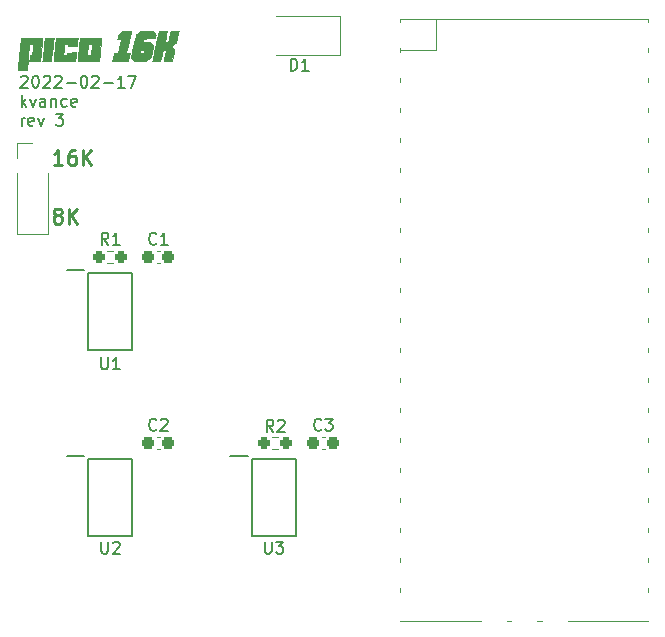
<source format=gto>
%TF.GenerationSoftware,KiCad,Pcbnew,6.0.0*%
%TF.CreationDate,2022-02-18T00:32:39-05:00*%
%TF.ProjectId,picocart,7069636f-6361-4727-942e-6b696361645f,rev?*%
%TF.SameCoordinates,Original*%
%TF.FileFunction,Legend,Top*%
%TF.FilePolarity,Positive*%
%FSLAX46Y46*%
G04 Gerber Fmt 4.6, Leading zero omitted, Abs format (unit mm)*
G04 Created by KiCad (PCBNEW 6.0.0) date 2022-02-18 00:32:39*
%MOMM*%
%LPD*%
G01*
G04 APERTURE LIST*
G04 Aperture macros list*
%AMRoundRect*
0 Rectangle with rounded corners*
0 $1 Rounding radius*
0 $2 $3 $4 $5 $6 $7 $8 $9 X,Y pos of 4 corners*
0 Add a 4 corners polygon primitive as box body*
4,1,4,$2,$3,$4,$5,$6,$7,$8,$9,$2,$3,0*
0 Add four circle primitives for the rounded corners*
1,1,$1+$1,$2,$3*
1,1,$1+$1,$4,$5*
1,1,$1+$1,$6,$7*
1,1,$1+$1,$8,$9*
0 Add four rect primitives between the rounded corners*
20,1,$1+$1,$2,$3,$4,$5,0*
20,1,$1+$1,$4,$5,$6,$7,0*
20,1,$1+$1,$6,$7,$8,$9,0*
20,1,$1+$1,$8,$9,$2,$3,0*%
G04 Aperture macros list end*
%ADD10C,0.200000*%
%ADD11C,0.254000*%
%ADD12C,0.150000*%
%ADD13C,0.120000*%
%ADD14C,0.010000*%
%ADD15O,1.700000X1.700000*%
%ADD16R,1.700000X1.700000*%
%ADD17R,2.500000X1.800000*%
%ADD18R,3.500000X1.700000*%
%ADD19C,5.000000*%
%ADD20RoundRect,0.237500X-0.250000X-0.237500X0.250000X-0.237500X0.250000X0.237500X-0.250000X0.237500X0*%
%ADD21RoundRect,0.237500X0.300000X0.237500X-0.300000X0.237500X-0.300000X-0.237500X0.300000X-0.237500X0*%
%ADD22R,1.475000X0.450000*%
%ADD23RoundRect,0.237500X0.250000X0.237500X-0.250000X0.237500X-0.250000X-0.237500X0.250000X-0.237500X0*%
%ADD24R,1.524000X8.316000*%
G04 APERTURE END LIST*
D10*
X120462476Y-51023619D02*
X120510095Y-50976000D01*
X120605333Y-50928380D01*
X120843428Y-50928380D01*
X120938666Y-50976000D01*
X120986285Y-51023619D01*
X121033904Y-51118857D01*
X121033904Y-51214095D01*
X120986285Y-51356952D01*
X120414857Y-51928380D01*
X121033904Y-51928380D01*
X121652952Y-50928380D02*
X121748190Y-50928380D01*
X121843428Y-50976000D01*
X121891047Y-51023619D01*
X121938666Y-51118857D01*
X121986285Y-51309333D01*
X121986285Y-51547428D01*
X121938666Y-51737904D01*
X121891047Y-51833142D01*
X121843428Y-51880761D01*
X121748190Y-51928380D01*
X121652952Y-51928380D01*
X121557714Y-51880761D01*
X121510095Y-51833142D01*
X121462476Y-51737904D01*
X121414857Y-51547428D01*
X121414857Y-51309333D01*
X121462476Y-51118857D01*
X121510095Y-51023619D01*
X121557714Y-50976000D01*
X121652952Y-50928380D01*
X122367238Y-51023619D02*
X122414857Y-50976000D01*
X122510095Y-50928380D01*
X122748190Y-50928380D01*
X122843428Y-50976000D01*
X122891047Y-51023619D01*
X122938666Y-51118857D01*
X122938666Y-51214095D01*
X122891047Y-51356952D01*
X122319619Y-51928380D01*
X122938666Y-51928380D01*
X123319619Y-51023619D02*
X123367238Y-50976000D01*
X123462476Y-50928380D01*
X123700571Y-50928380D01*
X123795809Y-50976000D01*
X123843428Y-51023619D01*
X123891047Y-51118857D01*
X123891047Y-51214095D01*
X123843428Y-51356952D01*
X123272000Y-51928380D01*
X123891047Y-51928380D01*
X124319619Y-51547428D02*
X125081523Y-51547428D01*
X125748190Y-50928380D02*
X125843428Y-50928380D01*
X125938666Y-50976000D01*
X125986285Y-51023619D01*
X126033904Y-51118857D01*
X126081523Y-51309333D01*
X126081523Y-51547428D01*
X126033904Y-51737904D01*
X125986285Y-51833142D01*
X125938666Y-51880761D01*
X125843428Y-51928380D01*
X125748190Y-51928380D01*
X125652952Y-51880761D01*
X125605333Y-51833142D01*
X125557714Y-51737904D01*
X125510095Y-51547428D01*
X125510095Y-51309333D01*
X125557714Y-51118857D01*
X125605333Y-51023619D01*
X125652952Y-50976000D01*
X125748190Y-50928380D01*
X126462476Y-51023619D02*
X126510095Y-50976000D01*
X126605333Y-50928380D01*
X126843428Y-50928380D01*
X126938666Y-50976000D01*
X126986285Y-51023619D01*
X127033904Y-51118857D01*
X127033904Y-51214095D01*
X126986285Y-51356952D01*
X126414857Y-51928380D01*
X127033904Y-51928380D01*
X127462476Y-51547428D02*
X128224380Y-51547428D01*
X129224380Y-51928380D02*
X128652952Y-51928380D01*
X128938666Y-51928380D02*
X128938666Y-50928380D01*
X128843428Y-51071238D01*
X128748190Y-51166476D01*
X128652952Y-51214095D01*
X129557714Y-50928380D02*
X130224380Y-50928380D01*
X129795809Y-51928380D01*
X120510095Y-53538380D02*
X120510095Y-52538380D01*
X120605333Y-53157428D02*
X120891047Y-53538380D01*
X120891047Y-52871714D02*
X120510095Y-53252666D01*
X121224380Y-52871714D02*
X121462476Y-53538380D01*
X121700571Y-52871714D01*
X122510095Y-53538380D02*
X122510095Y-53014571D01*
X122462476Y-52919333D01*
X122367238Y-52871714D01*
X122176761Y-52871714D01*
X122081523Y-52919333D01*
X122510095Y-53490761D02*
X122414857Y-53538380D01*
X122176761Y-53538380D01*
X122081523Y-53490761D01*
X122033904Y-53395523D01*
X122033904Y-53300285D01*
X122081523Y-53205047D01*
X122176761Y-53157428D01*
X122414857Y-53157428D01*
X122510095Y-53109809D01*
X122986285Y-52871714D02*
X122986285Y-53538380D01*
X122986285Y-52966952D02*
X123033904Y-52919333D01*
X123129142Y-52871714D01*
X123272000Y-52871714D01*
X123367238Y-52919333D01*
X123414857Y-53014571D01*
X123414857Y-53538380D01*
X124319619Y-53490761D02*
X124224380Y-53538380D01*
X124033904Y-53538380D01*
X123938666Y-53490761D01*
X123891047Y-53443142D01*
X123843428Y-53347904D01*
X123843428Y-53062190D01*
X123891047Y-52966952D01*
X123938666Y-52919333D01*
X124033904Y-52871714D01*
X124224380Y-52871714D01*
X124319619Y-52919333D01*
X125129142Y-53490761D02*
X125033904Y-53538380D01*
X124843428Y-53538380D01*
X124748190Y-53490761D01*
X124700571Y-53395523D01*
X124700571Y-53014571D01*
X124748190Y-52919333D01*
X124843428Y-52871714D01*
X125033904Y-52871714D01*
X125129142Y-52919333D01*
X125176761Y-53014571D01*
X125176761Y-53109809D01*
X124700571Y-53205047D01*
X120510095Y-55148380D02*
X120510095Y-54481714D01*
X120510095Y-54672190D02*
X120557714Y-54576952D01*
X120605333Y-54529333D01*
X120700571Y-54481714D01*
X120795809Y-54481714D01*
X121510095Y-55100761D02*
X121414857Y-55148380D01*
X121224380Y-55148380D01*
X121129142Y-55100761D01*
X121081523Y-55005523D01*
X121081523Y-54624571D01*
X121129142Y-54529333D01*
X121224380Y-54481714D01*
X121414857Y-54481714D01*
X121510095Y-54529333D01*
X121557714Y-54624571D01*
X121557714Y-54719809D01*
X121081523Y-54815047D01*
X121891047Y-54481714D02*
X122129142Y-55148380D01*
X122367238Y-54481714D01*
X123414857Y-54148380D02*
X124033904Y-54148380D01*
X123700571Y-54529333D01*
X123843428Y-54529333D01*
X123938666Y-54576952D01*
X123986285Y-54624571D01*
X124033904Y-54719809D01*
X124033904Y-54957904D01*
X123986285Y-55053142D01*
X123938666Y-55100761D01*
X123843428Y-55148380D01*
X123557714Y-55148380D01*
X123462476Y-55100761D01*
X123414857Y-55053142D01*
D11*
%TO.C,SW1*%
X123457909Y-62713809D02*
X123336957Y-62653333D01*
X123276480Y-62592857D01*
X123216004Y-62471904D01*
X123216004Y-62411428D01*
X123276480Y-62290476D01*
X123336957Y-62230000D01*
X123457909Y-62169523D01*
X123699814Y-62169523D01*
X123820766Y-62230000D01*
X123881242Y-62290476D01*
X123941719Y-62411428D01*
X123941719Y-62471904D01*
X123881242Y-62592857D01*
X123820766Y-62653333D01*
X123699814Y-62713809D01*
X123457909Y-62713809D01*
X123336957Y-62774285D01*
X123276480Y-62834761D01*
X123216004Y-62955714D01*
X123216004Y-63197619D01*
X123276480Y-63318571D01*
X123336957Y-63379047D01*
X123457909Y-63439523D01*
X123699814Y-63439523D01*
X123820766Y-63379047D01*
X123881242Y-63318571D01*
X123941719Y-63197619D01*
X123941719Y-62955714D01*
X123881242Y-62834761D01*
X123820766Y-62774285D01*
X123699814Y-62713809D01*
X124486004Y-63439523D02*
X124486004Y-62169523D01*
X125211719Y-63439523D02*
X124667433Y-62713809D01*
X125211719Y-62169523D02*
X124486004Y-62895238D01*
X123941719Y-58486523D02*
X123216004Y-58486523D01*
X123578861Y-58486523D02*
X123578861Y-57216523D01*
X123457909Y-57397952D01*
X123336957Y-57518904D01*
X123216004Y-57579380D01*
X125030290Y-57216523D02*
X124788385Y-57216523D01*
X124667433Y-57277000D01*
X124606957Y-57337476D01*
X124486004Y-57518904D01*
X124425528Y-57760809D01*
X124425528Y-58244619D01*
X124486004Y-58365571D01*
X124546480Y-58426047D01*
X124667433Y-58486523D01*
X124909338Y-58486523D01*
X125030290Y-58426047D01*
X125090766Y-58365571D01*
X125151242Y-58244619D01*
X125151242Y-57942238D01*
X125090766Y-57821285D01*
X125030290Y-57760809D01*
X124909338Y-57700333D01*
X124667433Y-57700333D01*
X124546480Y-57760809D01*
X124486004Y-57821285D01*
X124425528Y-57942238D01*
X125695528Y-58486523D02*
X125695528Y-57216523D01*
X126421242Y-58486523D02*
X125876957Y-57760809D01*
X126421242Y-57216523D02*
X125695528Y-57942238D01*
D12*
%TO.C,D1*%
X143279904Y-50490380D02*
X143279904Y-49490380D01*
X143518000Y-49490380D01*
X143660857Y-49538000D01*
X143756095Y-49633238D01*
X143803714Y-49728476D01*
X143851333Y-49918952D01*
X143851333Y-50061809D01*
X143803714Y-50252285D01*
X143756095Y-50347523D01*
X143660857Y-50442761D01*
X143518000Y-50490380D01*
X143279904Y-50490380D01*
X144803714Y-50490380D02*
X144232285Y-50490380D01*
X144518000Y-50490380D02*
X144518000Y-49490380D01*
X144422761Y-49633238D01*
X144327523Y-49728476D01*
X144232285Y-49776095D01*
%TO.C,R2*%
X141819333Y-81064380D02*
X141486000Y-80588190D01*
X141247904Y-81064380D02*
X141247904Y-80064380D01*
X141628857Y-80064380D01*
X141724095Y-80112000D01*
X141771714Y-80159619D01*
X141819333Y-80254857D01*
X141819333Y-80397714D01*
X141771714Y-80492952D01*
X141724095Y-80540571D01*
X141628857Y-80588190D01*
X141247904Y-80588190D01*
X142200285Y-80159619D02*
X142247904Y-80112000D01*
X142343142Y-80064380D01*
X142581238Y-80064380D01*
X142676476Y-80112000D01*
X142724095Y-80159619D01*
X142771714Y-80254857D01*
X142771714Y-80350095D01*
X142724095Y-80492952D01*
X142152666Y-81064380D01*
X142771714Y-81064380D01*
%TO.C,C2*%
X131913333Y-80875142D02*
X131865714Y-80922761D01*
X131722857Y-80970380D01*
X131627619Y-80970380D01*
X131484761Y-80922761D01*
X131389523Y-80827523D01*
X131341904Y-80732285D01*
X131294285Y-80541809D01*
X131294285Y-80398952D01*
X131341904Y-80208476D01*
X131389523Y-80113238D01*
X131484761Y-80018000D01*
X131627619Y-79970380D01*
X131722857Y-79970380D01*
X131865714Y-80018000D01*
X131913333Y-80065619D01*
X132294285Y-80065619D02*
X132341904Y-80018000D01*
X132437142Y-79970380D01*
X132675238Y-79970380D01*
X132770476Y-80018000D01*
X132818095Y-80065619D01*
X132865714Y-80160857D01*
X132865714Y-80256095D01*
X132818095Y-80398952D01*
X132246666Y-80970380D01*
X132865714Y-80970380D01*
%TO.C,U3*%
X141097095Y-90384380D02*
X141097095Y-91193904D01*
X141144714Y-91289142D01*
X141192333Y-91336761D01*
X141287571Y-91384380D01*
X141478047Y-91384380D01*
X141573285Y-91336761D01*
X141620904Y-91289142D01*
X141668523Y-91193904D01*
X141668523Y-90384380D01*
X142049476Y-90384380D02*
X142668523Y-90384380D01*
X142335190Y-90765333D01*
X142478047Y-90765333D01*
X142573285Y-90812952D01*
X142620904Y-90860571D01*
X142668523Y-90955809D01*
X142668523Y-91193904D01*
X142620904Y-91289142D01*
X142573285Y-91336761D01*
X142478047Y-91384380D01*
X142192333Y-91384380D01*
X142097095Y-91336761D01*
X142049476Y-91289142D01*
%TO.C,C1*%
X131913333Y-65127142D02*
X131865714Y-65174761D01*
X131722857Y-65222380D01*
X131627619Y-65222380D01*
X131484761Y-65174761D01*
X131389523Y-65079523D01*
X131341904Y-64984285D01*
X131294285Y-64793809D01*
X131294285Y-64650952D01*
X131341904Y-64460476D01*
X131389523Y-64365238D01*
X131484761Y-64270000D01*
X131627619Y-64222380D01*
X131722857Y-64222380D01*
X131865714Y-64270000D01*
X131913333Y-64317619D01*
X132865714Y-65222380D02*
X132294285Y-65222380D01*
X132580000Y-65222380D02*
X132580000Y-64222380D01*
X132484761Y-64365238D01*
X132389523Y-64460476D01*
X132294285Y-64508095D01*
%TO.C,U2*%
X127254095Y-90384380D02*
X127254095Y-91193904D01*
X127301714Y-91289142D01*
X127349333Y-91336761D01*
X127444571Y-91384380D01*
X127635047Y-91384380D01*
X127730285Y-91336761D01*
X127777904Y-91289142D01*
X127825523Y-91193904D01*
X127825523Y-90384380D01*
X128254095Y-90479619D02*
X128301714Y-90432000D01*
X128396952Y-90384380D01*
X128635047Y-90384380D01*
X128730285Y-90432000D01*
X128777904Y-90479619D01*
X128825523Y-90574857D01*
X128825523Y-90670095D01*
X128777904Y-90812952D01*
X128206476Y-91384380D01*
X128825523Y-91384380D01*
%TO.C,R1*%
X127849333Y-65222380D02*
X127516000Y-64746190D01*
X127277904Y-65222380D02*
X127277904Y-64222380D01*
X127658857Y-64222380D01*
X127754095Y-64270000D01*
X127801714Y-64317619D01*
X127849333Y-64412857D01*
X127849333Y-64555714D01*
X127801714Y-64650952D01*
X127754095Y-64698571D01*
X127658857Y-64746190D01*
X127277904Y-64746190D01*
X128801714Y-65222380D02*
X128230285Y-65222380D01*
X128516000Y-65222380D02*
X128516000Y-64222380D01*
X128420761Y-64365238D01*
X128325523Y-64460476D01*
X128230285Y-64508095D01*
%TO.C,C3*%
X145883333Y-80875142D02*
X145835714Y-80922761D01*
X145692857Y-80970380D01*
X145597619Y-80970380D01*
X145454761Y-80922761D01*
X145359523Y-80827523D01*
X145311904Y-80732285D01*
X145264285Y-80541809D01*
X145264285Y-80398952D01*
X145311904Y-80208476D01*
X145359523Y-80113238D01*
X145454761Y-80018000D01*
X145597619Y-79970380D01*
X145692857Y-79970380D01*
X145835714Y-80018000D01*
X145883333Y-80065619D01*
X146216666Y-79970380D02*
X146835714Y-79970380D01*
X146502380Y-80351333D01*
X146645238Y-80351333D01*
X146740476Y-80398952D01*
X146788095Y-80446571D01*
X146835714Y-80541809D01*
X146835714Y-80779904D01*
X146788095Y-80875142D01*
X146740476Y-80922761D01*
X146645238Y-80970380D01*
X146359523Y-80970380D01*
X146264285Y-80922761D01*
X146216666Y-80875142D01*
%TO.C,U1*%
X127248595Y-74763380D02*
X127248595Y-75572904D01*
X127296214Y-75668142D01*
X127343833Y-75715761D01*
X127439071Y-75763380D01*
X127629547Y-75763380D01*
X127724785Y-75715761D01*
X127772404Y-75668142D01*
X127820023Y-75572904D01*
X127820023Y-74763380D01*
X128820023Y-75763380D02*
X128248595Y-75763380D01*
X128534309Y-75763380D02*
X128534309Y-74763380D01*
X128439071Y-74906238D01*
X128343833Y-75001476D01*
X128248595Y-75049095D01*
D13*
%TO.C,SW1*%
X120082000Y-56582000D02*
X121412000Y-56582000D01*
X120082000Y-57912000D02*
X120082000Y-56582000D01*
X122742000Y-59182000D02*
X122742000Y-64322000D01*
X120082000Y-59182000D02*
X120082000Y-64322000D01*
X120082000Y-64322000D02*
X122742000Y-64322000D01*
%TO.C,D1*%
X147498000Y-45848000D02*
X142018000Y-45848000D01*
X147498000Y-49148000D02*
X142018000Y-49148000D01*
X147498000Y-49148000D02*
X147498000Y-45848000D01*
%TO.C,J2*%
X161568000Y-97100000D02*
X161968000Y-97100000D01*
X173568000Y-53620000D02*
X173568000Y-54020000D01*
X173568000Y-58700000D02*
X173568000Y-59100000D01*
X152568000Y-84100000D02*
X152568000Y-84500000D01*
X173568000Y-66320000D02*
X173568000Y-66720000D01*
X173568000Y-73940000D02*
X173568000Y-74340000D01*
X152568000Y-63780000D02*
X152568000Y-64180000D01*
X173568000Y-84100000D02*
X173568000Y-84500000D01*
X173568000Y-51080000D02*
X173568000Y-51480000D01*
X152568000Y-71400000D02*
X152568000Y-71800000D01*
X152568000Y-56160000D02*
X152568000Y-56560000D01*
X152568000Y-48540000D02*
X152568000Y-48940000D01*
X152568000Y-46100000D02*
X173568000Y-46100000D01*
X152568000Y-73940000D02*
X152568000Y-74340000D01*
X173568000Y-68860000D02*
X173568000Y-69260000D01*
X152568000Y-58700000D02*
X152568000Y-59100000D01*
X173568000Y-89180000D02*
X173568000Y-89580000D01*
X152568000Y-91720000D02*
X152568000Y-92120000D01*
X173568000Y-94260000D02*
X173568000Y-94660000D01*
X173568000Y-97100000D02*
X166768000Y-97100000D01*
X173568000Y-63780000D02*
X173568000Y-64180000D01*
X152568000Y-81560000D02*
X152568000Y-81960000D01*
X152568000Y-79020000D02*
X152568000Y-79420000D01*
X152568000Y-94260000D02*
X152568000Y-94660000D01*
X173568000Y-61240000D02*
X173568000Y-61640000D01*
X152568000Y-51080000D02*
X152568000Y-51480000D01*
X173568000Y-56160000D02*
X173568000Y-56560000D01*
X152568000Y-53620000D02*
X152568000Y-54020000D01*
X173568000Y-81560000D02*
X173568000Y-81960000D01*
X152568000Y-89180000D02*
X152568000Y-89580000D01*
X173568000Y-48540000D02*
X173568000Y-48940000D01*
X152568000Y-61240000D02*
X152568000Y-61640000D01*
X173568000Y-91720000D02*
X173568000Y-92120000D01*
X152568000Y-46100000D02*
X152568000Y-46400000D01*
X173568000Y-79020000D02*
X173568000Y-79420000D01*
X152568000Y-86640000D02*
X152568000Y-87040000D01*
X152568000Y-76480000D02*
X152568000Y-76880000D01*
X164168000Y-97100000D02*
X164568000Y-97100000D01*
X152568000Y-66320000D02*
X152568000Y-66720000D01*
X159368000Y-97100000D02*
X152568000Y-97100000D01*
X152568000Y-68860000D02*
X152568000Y-69260000D01*
X152568000Y-48767000D02*
X155575000Y-48767000D01*
X173568000Y-86640000D02*
X173568000Y-87040000D01*
X155575000Y-48767000D02*
X155575000Y-46100000D01*
X173568000Y-76480000D02*
X173568000Y-76880000D01*
X173568000Y-71400000D02*
X173568000Y-71800000D01*
X173568000Y-46100000D02*
X173568000Y-46400000D01*
%TO.C,R2*%
X141731276Y-82564500D02*
X142240724Y-82564500D01*
X141731276Y-81519500D02*
X142240724Y-81519500D01*
%TO.C,C2*%
X132226267Y-81532000D02*
X131933733Y-81532000D01*
X132226267Y-82552000D02*
X131933733Y-82552000D01*
D10*
%TO.C,U3*%
X143709000Y-83364000D02*
X143709000Y-89864000D01*
X143709000Y-89864000D02*
X140009000Y-89864000D01*
X140009000Y-83362800D02*
X143709000Y-83364000D01*
X138184000Y-83108800D02*
X139659000Y-83108800D01*
X140009000Y-89864000D02*
X140009000Y-83362800D01*
D13*
%TO.C,C1*%
X132226267Y-65784000D02*
X131933733Y-65784000D01*
X132226267Y-66804000D02*
X131933733Y-66804000D01*
D10*
%TO.C,U2*%
X129866000Y-83364000D02*
X129866000Y-89864000D01*
X126166000Y-89864000D02*
X126166000Y-83362800D01*
X126166000Y-83362800D02*
X129866000Y-83364000D01*
X124341000Y-83108800D02*
X125816000Y-83108800D01*
X129866000Y-89864000D02*
X126166000Y-89864000D01*
D13*
%TO.C,R1*%
X128270724Y-66816500D02*
X127761276Y-66816500D01*
X128270724Y-65771500D02*
X127761276Y-65771500D01*
D14*
%TO.C,Ref\u002A\u002A*%
X123214055Y-47820791D02*
X123209046Y-47868167D01*
X123209046Y-47868167D02*
X123200324Y-47952453D01*
X123200324Y-47952453D02*
X123188421Y-48068440D01*
X123188421Y-48068440D02*
X123173868Y-48210920D01*
X123173868Y-48210920D02*
X123157198Y-48374682D01*
X123157198Y-48374682D02*
X123138942Y-48554517D01*
X123138942Y-48554517D02*
X123119631Y-48745217D01*
X123119631Y-48745217D02*
X123111979Y-48820917D01*
X123111979Y-48820917D02*
X123023225Y-49699333D01*
X123023225Y-49699333D02*
X122648432Y-49705111D01*
X122648432Y-49705111D02*
X122273640Y-49710890D01*
X122273640Y-49710890D02*
X122283733Y-49652195D01*
X122283733Y-49652195D02*
X122287966Y-49618766D01*
X122287966Y-49618766D02*
X122295806Y-49548038D01*
X122295806Y-49548038D02*
X122306752Y-49444844D01*
X122306752Y-49444844D02*
X122320306Y-49314019D01*
X122320306Y-49314019D02*
X122335968Y-49160396D01*
X122335968Y-49160396D02*
X122353239Y-48988811D01*
X122353239Y-48988811D02*
X122371620Y-48804095D01*
X122371620Y-48804095D02*
X122378321Y-48736250D01*
X122378321Y-48736250D02*
X122397100Y-48546520D01*
X122397100Y-48546520D02*
X122415028Y-48366911D01*
X122415028Y-48366911D02*
X122431588Y-48202484D01*
X122431588Y-48202484D02*
X122446264Y-48058300D01*
X122446264Y-48058300D02*
X122458539Y-47939421D01*
X122458539Y-47939421D02*
X122467899Y-47850907D01*
X122467899Y-47850907D02*
X122473825Y-47797820D01*
X122473825Y-47797820D02*
X122474926Y-47789042D01*
X122474926Y-47789042D02*
X122487036Y-47699083D01*
X122487036Y-47699083D02*
X123227378Y-47699083D01*
X123227378Y-47699083D02*
X123214055Y-47820791D01*
X123214055Y-47820791D02*
X123214055Y-47820791D01*
G36*
X123214055Y-47820791D02*
G01*
X123209046Y-47868167D01*
X123200324Y-47952453D01*
X123188421Y-48068440D01*
X123173868Y-48210920D01*
X123157198Y-48374682D01*
X123138942Y-48554517D01*
X123119631Y-48745217D01*
X123111979Y-48820917D01*
X123023225Y-49699333D01*
X122648432Y-49705111D01*
X122273640Y-49710890D01*
X122283733Y-49652195D01*
X122287966Y-49618766D01*
X122295806Y-49548038D01*
X122306752Y-49444844D01*
X122320306Y-49314019D01*
X122335968Y-49160396D01*
X122353239Y-48988811D01*
X122371620Y-48804095D01*
X122378321Y-48736250D01*
X122397100Y-48546520D01*
X122415028Y-48366911D01*
X122431588Y-48202484D01*
X122446264Y-48058300D01*
X122458539Y-47939421D01*
X122467899Y-47850907D01*
X122473825Y-47797820D01*
X122474926Y-47789042D01*
X122487036Y-47699083D01*
X123227378Y-47699083D01*
X123214055Y-47820791D01*
G37*
X123214055Y-47820791D02*
X123209046Y-47868167D01*
X123200324Y-47952453D01*
X123188421Y-48068440D01*
X123173868Y-48210920D01*
X123157198Y-48374682D01*
X123138942Y-48554517D01*
X123119631Y-48745217D01*
X123111979Y-48820917D01*
X123023225Y-49699333D01*
X122648432Y-49705111D01*
X122273640Y-49710890D01*
X122283733Y-49652195D01*
X122287966Y-49618766D01*
X122295806Y-49548038D01*
X122306752Y-49444844D01*
X122320306Y-49314019D01*
X122335968Y-49160396D01*
X122353239Y-48988811D01*
X122371620Y-48804095D01*
X122378321Y-48736250D01*
X122397100Y-48546520D01*
X122415028Y-48366911D01*
X122431588Y-48202484D01*
X122446264Y-48058300D01*
X122458539Y-47939421D01*
X122467899Y-47850907D01*
X122473825Y-47797820D01*
X122474926Y-47789042D01*
X122487036Y-47699083D01*
X123227378Y-47699083D01*
X123214055Y-47820791D01*
X131742475Y-47253454D02*
X131803938Y-47332587D01*
X131803938Y-47332587D02*
X131840369Y-47393494D01*
X131840369Y-47393494D02*
X131854687Y-47449744D01*
X131854687Y-47449744D02*
X131849813Y-47514902D01*
X131849813Y-47514902D02*
X131828667Y-47602536D01*
X131828667Y-47602536D02*
X131822450Y-47625000D01*
X131822450Y-47625000D02*
X131787012Y-47752000D01*
X131787012Y-47752000D02*
X131302410Y-47762583D01*
X131302410Y-47762583D02*
X130817808Y-47773167D01*
X130817808Y-47773167D02*
X130779369Y-47910750D01*
X130779369Y-47910750D02*
X130759939Y-47980652D01*
X130759939Y-47980652D02*
X130745870Y-48031953D01*
X130745870Y-48031953D02*
X130740189Y-48053607D01*
X130740189Y-48053607D02*
X130740186Y-48053625D01*
X130740186Y-48053625D02*
X130759880Y-48055448D01*
X130759880Y-48055448D02*
X130814687Y-48057000D01*
X130814687Y-48057000D02*
X130897389Y-48058162D01*
X130897389Y-48058162D02*
X131000767Y-48058816D01*
X131000767Y-48058816D02*
X131063598Y-48058917D01*
X131063598Y-48058917D02*
X131387754Y-48058917D01*
X131387754Y-48058917D02*
X131516200Y-48235063D01*
X131516200Y-48235063D02*
X131644646Y-48411210D01*
X131644646Y-48411210D02*
X131541294Y-48885048D01*
X131541294Y-48885048D02*
X131511752Y-49021109D01*
X131511752Y-49021109D02*
X131485502Y-49143190D01*
X131485502Y-49143190D02*
X131463819Y-49245268D01*
X131463819Y-49245268D02*
X131447976Y-49321318D01*
X131447976Y-49321318D02*
X131439248Y-49365316D01*
X131439248Y-49365316D02*
X131437943Y-49373642D01*
X131437943Y-49373642D02*
X131422237Y-49391629D01*
X131422237Y-49391629D02*
X131379408Y-49429914D01*
X131379408Y-49429914D02*
X131315886Y-49482985D01*
X131315886Y-49482985D02*
X131238100Y-49545330D01*
X131238100Y-49545330D02*
X131233230Y-49549158D01*
X131233230Y-49549158D02*
X131028518Y-49709917D01*
X131028518Y-49709917D02*
X130518855Y-49708942D01*
X130518855Y-49708942D02*
X130009193Y-49707968D01*
X130009193Y-49707968D02*
X129760767Y-49390478D01*
X129760767Y-49390478D02*
X129846298Y-49010018D01*
X129846298Y-49010018D02*
X130534826Y-49010018D01*
X130534826Y-49010018D02*
X130544679Y-49024270D01*
X130544679Y-49024270D02*
X130576621Y-49030756D01*
X130576621Y-49030756D02*
X130639183Y-49032519D01*
X130639183Y-49032519D02*
X130672069Y-49032583D01*
X130672069Y-49032583D02*
X130817169Y-49032583D01*
X130817169Y-49032583D02*
X130852389Y-48905903D01*
X130852389Y-48905903D02*
X130870988Y-48835601D01*
X130870988Y-48835601D02*
X130883752Y-48780848D01*
X130883752Y-48780848D02*
X130887609Y-48756809D01*
X130887609Y-48756809D02*
X130867286Y-48744854D01*
X130867286Y-48744854D02*
X130808734Y-48739619D01*
X130808734Y-48739619D02*
X130734672Y-48740614D01*
X130734672Y-48740614D02*
X130581734Y-48746833D01*
X130581734Y-48746833D02*
X130565916Y-48842083D01*
X130565916Y-48842083D02*
X130553513Y-48911929D01*
X130553513Y-48911929D02*
X130541635Y-48971365D01*
X130541635Y-48971365D02*
X130538533Y-48984958D01*
X130538533Y-48984958D02*
X130534826Y-49010018D01*
X130534826Y-49010018D02*
X129846298Y-49010018D01*
X129846298Y-49010018D02*
X129975872Y-48433656D01*
X129975872Y-48433656D02*
X130020071Y-48237674D01*
X130020071Y-48237674D02*
X130061848Y-48053615D01*
X130061848Y-48053615D02*
X130100215Y-47885756D01*
X130100215Y-47885756D02*
X130134180Y-47738373D01*
X130134180Y-47738373D02*
X130162756Y-47615742D01*
X130162756Y-47615742D02*
X130184951Y-47522140D01*
X130184951Y-47522140D02*
X130199776Y-47461843D01*
X130199776Y-47461843D02*
X130205918Y-47439778D01*
X130205918Y-47439778D02*
X130227971Y-47412287D01*
X130227971Y-47412287D02*
X130276323Y-47366124D01*
X130276323Y-47366124D02*
X130343472Y-47308103D01*
X130343472Y-47308103D02*
X130409709Y-47254570D01*
X130409709Y-47254570D02*
X130598558Y-47106417D01*
X130598558Y-47106417D02*
X131623674Y-47106417D01*
X131623674Y-47106417D02*
X131742475Y-47253454D01*
X131742475Y-47253454D02*
X131742475Y-47253454D01*
G36*
X130020071Y-48237674D02*
G01*
X130061848Y-48053615D01*
X130100215Y-47885756D01*
X130134180Y-47738373D01*
X130162756Y-47615742D01*
X130184951Y-47522140D01*
X130199776Y-47461843D01*
X130205918Y-47439778D01*
X130227971Y-47412287D01*
X130276323Y-47366124D01*
X130343472Y-47308103D01*
X130409709Y-47254570D01*
X130598558Y-47106417D01*
X131623674Y-47106417D01*
X131742475Y-47253454D01*
X131803938Y-47332587D01*
X131840369Y-47393494D01*
X131854687Y-47449744D01*
X131849813Y-47514902D01*
X131828667Y-47602536D01*
X131822450Y-47625000D01*
X131787012Y-47752000D01*
X131302410Y-47762583D01*
X130817808Y-47773167D01*
X130779369Y-47910750D01*
X130759939Y-47980652D01*
X130745870Y-48031953D01*
X130740189Y-48053607D01*
X130740186Y-48053625D01*
X130759880Y-48055448D01*
X130814687Y-48057000D01*
X130897389Y-48058162D01*
X131000767Y-48058816D01*
X131063598Y-48058917D01*
X131387754Y-48058917D01*
X131516200Y-48235063D01*
X131644646Y-48411210D01*
X131541294Y-48885048D01*
X131511752Y-49021109D01*
X131485502Y-49143190D01*
X131463819Y-49245268D01*
X131447976Y-49321318D01*
X131439248Y-49365316D01*
X131437943Y-49373642D01*
X131422237Y-49391629D01*
X131379408Y-49429914D01*
X131315886Y-49482985D01*
X131238100Y-49545330D01*
X131233230Y-49549158D01*
X131028518Y-49709917D01*
X130518855Y-49708942D01*
X130009193Y-49707968D01*
X129760767Y-49390478D01*
X129846298Y-49010018D01*
X130534826Y-49010018D01*
X130544679Y-49024270D01*
X130576621Y-49030756D01*
X130639183Y-49032519D01*
X130672069Y-49032583D01*
X130817169Y-49032583D01*
X130852389Y-48905903D01*
X130870988Y-48835601D01*
X130883752Y-48780848D01*
X130887609Y-48756809D01*
X130867286Y-48744854D01*
X130808734Y-48739619D01*
X130734672Y-48740614D01*
X130581734Y-48746833D01*
X130565916Y-48842083D01*
X130553513Y-48911929D01*
X130541635Y-48971365D01*
X130538533Y-48984958D01*
X130534826Y-49010018D01*
X129846298Y-49010018D01*
X129975872Y-48433656D01*
X130020071Y-48237674D01*
G37*
X130020071Y-48237674D02*
X130061848Y-48053615D01*
X130100215Y-47885756D01*
X130134180Y-47738373D01*
X130162756Y-47615742D01*
X130184951Y-47522140D01*
X130199776Y-47461843D01*
X130205918Y-47439778D01*
X130227971Y-47412287D01*
X130276323Y-47366124D01*
X130343472Y-47308103D01*
X130409709Y-47254570D01*
X130598558Y-47106417D01*
X131623674Y-47106417D01*
X131742475Y-47253454D01*
X131803938Y-47332587D01*
X131840369Y-47393494D01*
X131854687Y-47449744D01*
X131849813Y-47514902D01*
X131828667Y-47602536D01*
X131822450Y-47625000D01*
X131787012Y-47752000D01*
X131302410Y-47762583D01*
X130817808Y-47773167D01*
X130779369Y-47910750D01*
X130759939Y-47980652D01*
X130745870Y-48031953D01*
X130740189Y-48053607D01*
X130740186Y-48053625D01*
X130759880Y-48055448D01*
X130814687Y-48057000D01*
X130897389Y-48058162D01*
X131000767Y-48058816D01*
X131063598Y-48058917D01*
X131387754Y-48058917D01*
X131516200Y-48235063D01*
X131644646Y-48411210D01*
X131541294Y-48885048D01*
X131511752Y-49021109D01*
X131485502Y-49143190D01*
X131463819Y-49245268D01*
X131447976Y-49321318D01*
X131439248Y-49365316D01*
X131437943Y-49373642D01*
X131422237Y-49391629D01*
X131379408Y-49429914D01*
X131315886Y-49482985D01*
X131238100Y-49545330D01*
X131233230Y-49549158D01*
X131028518Y-49709917D01*
X130518855Y-49708942D01*
X130009193Y-49707968D01*
X129760767Y-49390478D01*
X129846298Y-49010018D01*
X130534826Y-49010018D01*
X130544679Y-49024270D01*
X130576621Y-49030756D01*
X130639183Y-49032519D01*
X130672069Y-49032583D01*
X130817169Y-49032583D01*
X130852389Y-48905903D01*
X130870988Y-48835601D01*
X130883752Y-48780848D01*
X130887609Y-48756809D01*
X130867286Y-48744854D01*
X130808734Y-48739619D01*
X130734672Y-48740614D01*
X130581734Y-48746833D01*
X130565916Y-48842083D01*
X130553513Y-48911929D01*
X130541635Y-48971365D01*
X130538533Y-48984958D01*
X130534826Y-49010018D01*
X129846298Y-49010018D01*
X129975872Y-48433656D01*
X130020071Y-48237674D01*
X125249528Y-47757291D02*
X125243402Y-47800571D01*
X125243402Y-47800571D02*
X125234907Y-47875551D01*
X125234907Y-47875551D02*
X125225158Y-47971744D01*
X125225158Y-47971744D02*
X125215274Y-48078661D01*
X125215274Y-48078661D02*
X125215149Y-48080083D01*
X125215149Y-48080083D02*
X125205181Y-48207660D01*
X125205181Y-48207660D02*
X125197018Y-48301305D01*
X125197018Y-48301305D02*
X125184681Y-48366187D01*
X125184681Y-48366187D02*
X125162190Y-48407478D01*
X125162190Y-48407478D02*
X125123567Y-48430347D01*
X125123567Y-48430347D02*
X125062833Y-48439964D01*
X125062833Y-48439964D02*
X124974008Y-48441501D01*
X124974008Y-48441501D02*
X124851114Y-48440128D01*
X124851114Y-48440128D02*
X124799036Y-48439917D01*
X124799036Y-48439917D02*
X124426270Y-48439917D01*
X124426270Y-48439917D02*
X124447926Y-48247785D01*
X124447926Y-48247785D02*
X124275809Y-48253893D01*
X124275809Y-48253893D02*
X124103693Y-48260000D01*
X124103693Y-48260000D02*
X124060675Y-48699208D01*
X124060675Y-48699208D02*
X124017657Y-49138417D01*
X124017657Y-49138417D02*
X124365842Y-49138417D01*
X124365842Y-49138417D02*
X124372350Y-49048458D01*
X124372350Y-49048458D02*
X124378859Y-48958500D01*
X124378859Y-48958500D02*
X125134165Y-48946924D01*
X125134165Y-48946924D02*
X125121986Y-49026795D01*
X125121986Y-49026795D02*
X125114712Y-49082051D01*
X125114712Y-49082051D02*
X125104996Y-49166074D01*
X125104996Y-49166074D02*
X125094346Y-49265484D01*
X125094346Y-49265484D02*
X125087943Y-49328917D01*
X125087943Y-49328917D02*
X125077482Y-49431071D01*
X125077482Y-49431071D02*
X125067035Y-49526055D01*
X125067035Y-49526055D02*
X125058102Y-49600519D01*
X125058102Y-49600519D02*
X125053982Y-49630542D01*
X125053982Y-49630542D02*
X125041888Y-49709917D01*
X125041888Y-49709917D02*
X124133582Y-49709917D01*
X124133582Y-49709917D02*
X123911065Y-49709763D01*
X123911065Y-49709763D02*
X123727319Y-49709220D01*
X123727319Y-49709220D02*
X123578780Y-49708166D01*
X123578780Y-49708166D02*
X123461887Y-49706477D01*
X123461887Y-49706477D02*
X123373077Y-49704033D01*
X123373077Y-49704033D02*
X123308788Y-49700709D01*
X123308788Y-49700709D02*
X123265457Y-49696383D01*
X123265457Y-49696383D02*
X123239523Y-49690934D01*
X123239523Y-49690934D02*
X123227423Y-49684239D01*
X123227423Y-49684239D02*
X123225276Y-49678687D01*
X123225276Y-49678687D02*
X123227315Y-49651754D01*
X123227315Y-49651754D02*
X123233151Y-49587062D01*
X123233151Y-49587062D02*
X123242365Y-49488976D01*
X123242365Y-49488976D02*
X123254536Y-49361858D01*
X123254536Y-49361858D02*
X123269245Y-49210074D01*
X123269245Y-49210074D02*
X123286070Y-49037986D01*
X123286070Y-49037986D02*
X123304593Y-48849960D01*
X123304593Y-48849960D02*
X123320526Y-48689234D01*
X123320526Y-48689234D02*
X123340080Y-48492174D01*
X123340080Y-48492174D02*
X123358283Y-48308078D01*
X123358283Y-48308078D02*
X123374716Y-48141222D01*
X123374716Y-48141222D02*
X123388961Y-47995879D01*
X123388961Y-47995879D02*
X123400601Y-47876323D01*
X123400601Y-47876323D02*
X123409218Y-47786828D01*
X123409218Y-47786828D02*
X123414393Y-47731668D01*
X123414393Y-47731668D02*
X123415776Y-47715047D01*
X123415776Y-47715047D02*
X123436227Y-47711707D01*
X123436227Y-47711707D02*
X123494718Y-47708604D01*
X123494718Y-47708604D02*
X123586958Y-47705812D01*
X123586958Y-47705812D02*
X123708652Y-47703406D01*
X123708652Y-47703406D02*
X123855508Y-47701459D01*
X123855508Y-47701459D02*
X124023235Y-47700047D01*
X124023235Y-47700047D02*
X124207538Y-47699244D01*
X124207538Y-47699244D02*
X124338208Y-47699083D01*
X124338208Y-47699083D02*
X125260639Y-47699083D01*
X125260639Y-47699083D02*
X125249528Y-47757291D01*
X125249528Y-47757291D02*
X125249528Y-47757291D01*
G36*
X125249528Y-47757291D02*
G01*
X125243402Y-47800571D01*
X125234907Y-47875551D01*
X125225158Y-47971744D01*
X125215274Y-48078661D01*
X125215149Y-48080083D01*
X125205181Y-48207660D01*
X125197018Y-48301305D01*
X125184681Y-48366187D01*
X125162190Y-48407478D01*
X125123567Y-48430347D01*
X125062833Y-48439964D01*
X124974008Y-48441501D01*
X124851114Y-48440128D01*
X124799036Y-48439917D01*
X124426270Y-48439917D01*
X124447926Y-48247785D01*
X124275809Y-48253893D01*
X124103693Y-48260000D01*
X124060675Y-48699208D01*
X124017657Y-49138417D01*
X124365842Y-49138417D01*
X124372350Y-49048458D01*
X124378859Y-48958500D01*
X125134165Y-48946924D01*
X125121986Y-49026795D01*
X125114712Y-49082051D01*
X125104996Y-49166074D01*
X125094346Y-49265484D01*
X125087943Y-49328917D01*
X125077482Y-49431071D01*
X125067035Y-49526055D01*
X125058102Y-49600519D01*
X125053982Y-49630542D01*
X125041888Y-49709917D01*
X124133582Y-49709917D01*
X123911065Y-49709763D01*
X123727319Y-49709220D01*
X123578780Y-49708166D01*
X123461887Y-49706477D01*
X123373077Y-49704033D01*
X123308788Y-49700709D01*
X123265457Y-49696383D01*
X123239523Y-49690934D01*
X123227423Y-49684239D01*
X123225276Y-49678687D01*
X123227315Y-49651754D01*
X123233151Y-49587062D01*
X123242365Y-49488976D01*
X123254536Y-49361858D01*
X123269245Y-49210074D01*
X123286070Y-49037986D01*
X123304593Y-48849960D01*
X123320526Y-48689234D01*
X123340080Y-48492174D01*
X123358283Y-48308078D01*
X123374716Y-48141222D01*
X123388961Y-47995879D01*
X123400601Y-47876323D01*
X123409218Y-47786828D01*
X123414393Y-47731668D01*
X123415776Y-47715047D01*
X123436227Y-47711707D01*
X123494718Y-47708604D01*
X123586958Y-47705812D01*
X123708652Y-47703406D01*
X123855508Y-47701459D01*
X124023235Y-47700047D01*
X124207538Y-47699244D01*
X124338208Y-47699083D01*
X125260639Y-47699083D01*
X125249528Y-47757291D01*
G37*
X125249528Y-47757291D02*
X125243402Y-47800571D01*
X125234907Y-47875551D01*
X125225158Y-47971744D01*
X125215274Y-48078661D01*
X125215149Y-48080083D01*
X125205181Y-48207660D01*
X125197018Y-48301305D01*
X125184681Y-48366187D01*
X125162190Y-48407478D01*
X125123567Y-48430347D01*
X125062833Y-48439964D01*
X124974008Y-48441501D01*
X124851114Y-48440128D01*
X124799036Y-48439917D01*
X124426270Y-48439917D01*
X124447926Y-48247785D01*
X124275809Y-48253893D01*
X124103693Y-48260000D01*
X124060675Y-48699208D01*
X124017657Y-49138417D01*
X124365842Y-49138417D01*
X124372350Y-49048458D01*
X124378859Y-48958500D01*
X125134165Y-48946924D01*
X125121986Y-49026795D01*
X125114712Y-49082051D01*
X125104996Y-49166074D01*
X125094346Y-49265484D01*
X125087943Y-49328917D01*
X125077482Y-49431071D01*
X125067035Y-49526055D01*
X125058102Y-49600519D01*
X125053982Y-49630542D01*
X125041888Y-49709917D01*
X124133582Y-49709917D01*
X123911065Y-49709763D01*
X123727319Y-49709220D01*
X123578780Y-49708166D01*
X123461887Y-49706477D01*
X123373077Y-49704033D01*
X123308788Y-49700709D01*
X123265457Y-49696383D01*
X123239523Y-49690934D01*
X123227423Y-49684239D01*
X123225276Y-49678687D01*
X123227315Y-49651754D01*
X123233151Y-49587062D01*
X123242365Y-49488976D01*
X123254536Y-49361858D01*
X123269245Y-49210074D01*
X123286070Y-49037986D01*
X123304593Y-48849960D01*
X123320526Y-48689234D01*
X123340080Y-48492174D01*
X123358283Y-48308078D01*
X123374716Y-48141222D01*
X123388961Y-47995879D01*
X123400601Y-47876323D01*
X123409218Y-47786828D01*
X123414393Y-47731668D01*
X123415776Y-47715047D01*
X123436227Y-47711707D01*
X123494718Y-47708604D01*
X123586958Y-47705812D01*
X123708652Y-47703406D01*
X123855508Y-47701459D01*
X124023235Y-47700047D01*
X124207538Y-47699244D01*
X124338208Y-47699083D01*
X125260639Y-47699083D01*
X125249528Y-47757291D01*
X132590734Y-47107357D02*
X132688044Y-47109956D01*
X132688044Y-47109956D02*
X132761668Y-47113880D01*
X132761668Y-47113880D02*
X132804536Y-47118793D01*
X132804536Y-47118793D02*
X132812569Y-47122292D01*
X132812569Y-47122292D02*
X132807827Y-47146746D01*
X132807827Y-47146746D02*
X132795224Y-47206352D01*
X132795224Y-47206352D02*
X132776098Y-47294939D01*
X132776098Y-47294939D02*
X132751783Y-47406333D01*
X132751783Y-47406333D02*
X132723616Y-47534366D01*
X132723616Y-47534366D02*
X132710597Y-47593250D01*
X132710597Y-47593250D02*
X132609831Y-48048333D01*
X132609831Y-48048333D02*
X132756686Y-48054604D01*
X132756686Y-48054604D02*
X132831227Y-48056323D01*
X132831227Y-48056323D02*
X132887518Y-48054882D01*
X132887518Y-48054882D02*
X132913783Y-48050598D01*
X132913783Y-48050598D02*
X132914036Y-48050379D01*
X132914036Y-48050379D02*
X132921482Y-48027445D01*
X132921482Y-48027445D02*
X132936272Y-47969390D01*
X132936272Y-47969390D02*
X132956922Y-47882499D01*
X132956922Y-47882499D02*
X132981949Y-47773054D01*
X132981949Y-47773054D02*
X133009868Y-47647338D01*
X133009868Y-47647338D02*
X133017977Y-47610192D01*
X133017977Y-47610192D02*
X133046663Y-47478992D01*
X133046663Y-47478992D02*
X133072898Y-47360327D01*
X133072898Y-47360327D02*
X133095158Y-47260995D01*
X133095158Y-47260995D02*
X133111914Y-47187793D01*
X133111914Y-47187793D02*
X133121642Y-47147516D01*
X133121642Y-47147516D02*
X133122775Y-47143458D01*
X133122775Y-47143458D02*
X133130782Y-47129495D01*
X133130782Y-47129495D02*
X133149025Y-47119525D01*
X133149025Y-47119525D02*
X133183714Y-47112890D01*
X133183714Y-47112890D02*
X133241060Y-47108933D01*
X133241060Y-47108933D02*
X133327273Y-47106998D01*
X133327273Y-47106998D02*
X133448562Y-47106425D01*
X133448562Y-47106425D02*
X133472795Y-47106417D01*
X133472795Y-47106417D02*
X133599525Y-47106735D01*
X133599525Y-47106735D02*
X133689733Y-47108127D01*
X133689733Y-47108127D02*
X133749230Y-47111252D01*
X133749230Y-47111252D02*
X133783827Y-47116766D01*
X133783827Y-47116766D02*
X133799333Y-47125327D01*
X133799333Y-47125327D02*
X133801558Y-47137593D01*
X133801558Y-47137593D02*
X133800100Y-47143458D01*
X133800100Y-47143458D02*
X133792509Y-47174401D01*
X133792509Y-47174401D02*
X133777643Y-47240194D01*
X133777643Y-47240194D02*
X133756944Y-47334263D01*
X133756944Y-47334263D02*
X133731854Y-47450033D01*
X133731854Y-47450033D02*
X133703814Y-47580927D01*
X133703814Y-47580927D02*
X133692194Y-47635583D01*
X133692194Y-47635583D02*
X133662776Y-47769570D01*
X133662776Y-47769570D02*
X133634471Y-47889882D01*
X133634471Y-47889882D02*
X133608918Y-47990212D01*
X133608918Y-47990212D02*
X133587754Y-48064256D01*
X133587754Y-48064256D02*
X133572617Y-48105705D01*
X133572617Y-48105705D02*
X133568509Y-48111833D01*
X133568509Y-48111833D02*
X133494763Y-48170808D01*
X133494763Y-48170808D02*
X133417714Y-48234835D01*
X133417714Y-48234835D02*
X133344359Y-48297787D01*
X133344359Y-48297787D02*
X133281697Y-48353539D01*
X133281697Y-48353539D02*
X133236722Y-48395966D01*
X133236722Y-48395966D02*
X133216434Y-48418942D01*
X133216434Y-48418942D02*
X133215943Y-48420498D01*
X133215943Y-48420498D02*
X133228568Y-48444026D01*
X133228568Y-48444026D02*
X133261930Y-48490410D01*
X133261930Y-48490410D02*
X133309257Y-48550328D01*
X133309257Y-48550328D02*
X133317655Y-48560526D01*
X133317655Y-48560526D02*
X133368982Y-48623362D01*
X133368982Y-48623362D02*
X133410175Y-48675379D01*
X133410175Y-48675379D02*
X133433198Y-48706403D01*
X133433198Y-48706403D02*
X133434394Y-48708291D01*
X133434394Y-48708291D02*
X133433816Y-48735118D01*
X133433816Y-48735118D02*
X133424093Y-48796968D01*
X133424093Y-48796968D02*
X133406439Y-48887818D01*
X133406439Y-48887818D02*
X133382068Y-49001645D01*
X133382068Y-49001645D02*
X133352195Y-49132427D01*
X133352195Y-49132427D02*
X133330909Y-49221583D01*
X133330909Y-49221583D02*
X133212399Y-49709917D01*
X133212399Y-49709917D02*
X132875504Y-49709917D01*
X132875504Y-49709917D02*
X132761568Y-49708976D01*
X132761568Y-49708976D02*
X132664232Y-49706376D01*
X132664232Y-49706376D02*
X132590570Y-49702451D01*
X132590570Y-49702451D02*
X132547657Y-49697536D01*
X132547657Y-49697536D02*
X132539597Y-49694042D01*
X132539597Y-49694042D02*
X132544624Y-49669719D01*
X132544624Y-49669719D02*
X132558169Y-49610301D01*
X132558169Y-49610301D02*
X132578812Y-49521846D01*
X132578812Y-49521846D02*
X132605135Y-49410409D01*
X132605135Y-49410409D02*
X132635720Y-49282047D01*
X132635720Y-49282047D02*
X132652386Y-49212500D01*
X132652386Y-49212500D02*
X132764187Y-48746833D01*
X132764187Y-48746833D02*
X132617099Y-48740563D01*
X132617099Y-48740563D02*
X132543164Y-48738354D01*
X132543164Y-48738354D02*
X132488142Y-48738489D01*
X132488142Y-48738489D02*
X132463432Y-48740925D01*
X132463432Y-48740925D02*
X132463199Y-48741104D01*
X132463199Y-48741104D02*
X132456793Y-48762868D01*
X132456793Y-48762868D02*
X132442769Y-48819810D01*
X132442769Y-48819810D02*
X132422571Y-48905757D01*
X132422571Y-48905757D02*
X132397644Y-49014536D01*
X132397644Y-49014536D02*
X132369432Y-49139972D01*
X132369432Y-49139972D02*
X132360241Y-49181291D01*
X132360241Y-49181291D02*
X132330804Y-49313816D01*
X132330804Y-49313816D02*
X132303906Y-49434624D01*
X132303906Y-49434624D02*
X132281099Y-49536754D01*
X132281099Y-49536754D02*
X132263940Y-49613247D01*
X132263940Y-49613247D02*
X132253982Y-49657145D01*
X132253982Y-49657145D02*
X132252781Y-49662292D01*
X132252781Y-49662292D02*
X132247229Y-49680063D01*
X132247229Y-49680063D02*
X132236155Y-49692753D01*
X132236155Y-49692753D02*
X132213250Y-49701216D01*
X132213250Y-49701216D02*
X132172208Y-49706308D01*
X132172208Y-49706308D02*
X132106723Y-49708885D01*
X132106723Y-49708885D02*
X132010487Y-49709802D01*
X132010487Y-49709802D02*
X131901780Y-49709917D01*
X131901780Y-49709917D02*
X131774808Y-49709598D01*
X131774808Y-49709598D02*
X131684354Y-49708204D01*
X131684354Y-49708204D02*
X131624605Y-49705082D01*
X131624605Y-49705082D02*
X131589748Y-49699576D01*
X131589748Y-49699576D02*
X131573969Y-49691032D01*
X131573969Y-49691032D02*
X131571456Y-49678796D01*
X131571456Y-49678796D02*
X131572818Y-49672875D01*
X131572818Y-49672875D02*
X131579270Y-49645683D01*
X131579270Y-49645683D02*
X131593894Y-49581060D01*
X131593894Y-49581060D02*
X131615823Y-49482933D01*
X131615823Y-49482933D02*
X131644185Y-49355227D01*
X131644185Y-49355227D02*
X131678113Y-49201867D01*
X131678113Y-49201867D02*
X131716736Y-49026780D01*
X131716736Y-49026780D02*
X131759186Y-48833892D01*
X131759186Y-48833892D02*
X131804594Y-48627128D01*
X131804594Y-48627128D02*
X131829400Y-48514000D01*
X131829400Y-48514000D02*
X131876899Y-48297345D01*
X131876899Y-48297345D02*
X131922577Y-48089151D01*
X131922577Y-48089151D02*
X131965462Y-47893840D01*
X131965462Y-47893840D02*
X132004581Y-47715837D01*
X132004581Y-47715837D02*
X132038961Y-47559564D01*
X132038961Y-47559564D02*
X132067630Y-47429445D01*
X132067630Y-47429445D02*
X132089614Y-47329903D01*
X132089614Y-47329903D02*
X132103941Y-47265361D01*
X132103941Y-47265361D02*
X132107545Y-47249292D01*
X132107545Y-47249292D02*
X132139836Y-47106417D01*
X132139836Y-47106417D02*
X132476806Y-47106417D01*
X132476806Y-47106417D02*
X132590734Y-47107357D01*
X132590734Y-47107357D02*
X132590734Y-47107357D01*
G36*
X132590734Y-47107357D02*
G01*
X132688044Y-47109956D01*
X132761668Y-47113880D01*
X132804536Y-47118793D01*
X132812569Y-47122292D01*
X132807827Y-47146746D01*
X132795224Y-47206352D01*
X132776098Y-47294939D01*
X132751783Y-47406333D01*
X132723616Y-47534366D01*
X132710597Y-47593250D01*
X132609831Y-48048333D01*
X132756686Y-48054604D01*
X132831227Y-48056323D01*
X132887518Y-48054882D01*
X132913783Y-48050598D01*
X132914036Y-48050379D01*
X132921482Y-48027445D01*
X132936272Y-47969390D01*
X132956922Y-47882499D01*
X132981949Y-47773054D01*
X133009868Y-47647338D01*
X133017977Y-47610192D01*
X133046663Y-47478992D01*
X133072898Y-47360327D01*
X133095158Y-47260995D01*
X133111914Y-47187793D01*
X133121642Y-47147516D01*
X133122775Y-47143458D01*
X133130782Y-47129495D01*
X133149025Y-47119525D01*
X133183714Y-47112890D01*
X133241060Y-47108933D01*
X133327273Y-47106998D01*
X133448562Y-47106425D01*
X133472795Y-47106417D01*
X133599525Y-47106735D01*
X133689733Y-47108127D01*
X133749230Y-47111252D01*
X133783827Y-47116766D01*
X133799333Y-47125327D01*
X133801558Y-47137593D01*
X133800100Y-47143458D01*
X133792509Y-47174401D01*
X133777643Y-47240194D01*
X133756944Y-47334263D01*
X133731854Y-47450033D01*
X133703814Y-47580927D01*
X133692194Y-47635583D01*
X133662776Y-47769570D01*
X133634471Y-47889882D01*
X133608918Y-47990212D01*
X133587754Y-48064256D01*
X133572617Y-48105705D01*
X133568509Y-48111833D01*
X133494763Y-48170808D01*
X133417714Y-48234835D01*
X133344359Y-48297787D01*
X133281697Y-48353539D01*
X133236722Y-48395966D01*
X133216434Y-48418942D01*
X133215943Y-48420498D01*
X133228568Y-48444026D01*
X133261930Y-48490410D01*
X133309257Y-48550328D01*
X133317655Y-48560526D01*
X133368982Y-48623362D01*
X133410175Y-48675379D01*
X133433198Y-48706403D01*
X133434394Y-48708291D01*
X133433816Y-48735118D01*
X133424093Y-48796968D01*
X133406439Y-48887818D01*
X133382068Y-49001645D01*
X133352195Y-49132427D01*
X133330909Y-49221583D01*
X133212399Y-49709917D01*
X132875504Y-49709917D01*
X132761568Y-49708976D01*
X132664232Y-49706376D01*
X132590570Y-49702451D01*
X132547657Y-49697536D01*
X132539597Y-49694042D01*
X132544624Y-49669719D01*
X132558169Y-49610301D01*
X132578812Y-49521846D01*
X132605135Y-49410409D01*
X132635720Y-49282047D01*
X132652386Y-49212500D01*
X132764187Y-48746833D01*
X132617099Y-48740563D01*
X132543164Y-48738354D01*
X132488142Y-48738489D01*
X132463432Y-48740925D01*
X132463199Y-48741104D01*
X132456793Y-48762868D01*
X132442769Y-48819810D01*
X132422571Y-48905757D01*
X132397644Y-49014536D01*
X132369432Y-49139972D01*
X132360241Y-49181291D01*
X132330804Y-49313816D01*
X132303906Y-49434624D01*
X132281099Y-49536754D01*
X132263940Y-49613247D01*
X132253982Y-49657145D01*
X132252781Y-49662292D01*
X132247229Y-49680063D01*
X132236155Y-49692753D01*
X132213250Y-49701216D01*
X132172208Y-49706308D01*
X132106723Y-49708885D01*
X132010487Y-49709802D01*
X131901780Y-49709917D01*
X131774808Y-49709598D01*
X131684354Y-49708204D01*
X131624605Y-49705082D01*
X131589748Y-49699576D01*
X131573969Y-49691032D01*
X131571456Y-49678796D01*
X131572818Y-49672875D01*
X131579270Y-49645683D01*
X131593894Y-49581060D01*
X131615823Y-49482933D01*
X131644185Y-49355227D01*
X131678113Y-49201867D01*
X131716736Y-49026780D01*
X131759186Y-48833892D01*
X131804594Y-48627128D01*
X131829400Y-48514000D01*
X131876899Y-48297345D01*
X131922577Y-48089151D01*
X131965462Y-47893840D01*
X132004581Y-47715837D01*
X132038961Y-47559564D01*
X132067630Y-47429445D01*
X132089614Y-47329903D01*
X132103941Y-47265361D01*
X132107545Y-47249292D01*
X132139836Y-47106417D01*
X132476806Y-47106417D01*
X132590734Y-47107357D01*
G37*
X132590734Y-47107357D02*
X132688044Y-47109956D01*
X132761668Y-47113880D01*
X132804536Y-47118793D01*
X132812569Y-47122292D01*
X132807827Y-47146746D01*
X132795224Y-47206352D01*
X132776098Y-47294939D01*
X132751783Y-47406333D01*
X132723616Y-47534366D01*
X132710597Y-47593250D01*
X132609831Y-48048333D01*
X132756686Y-48054604D01*
X132831227Y-48056323D01*
X132887518Y-48054882D01*
X132913783Y-48050598D01*
X132914036Y-48050379D01*
X132921482Y-48027445D01*
X132936272Y-47969390D01*
X132956922Y-47882499D01*
X132981949Y-47773054D01*
X133009868Y-47647338D01*
X133017977Y-47610192D01*
X133046663Y-47478992D01*
X133072898Y-47360327D01*
X133095158Y-47260995D01*
X133111914Y-47187793D01*
X133121642Y-47147516D01*
X133122775Y-47143458D01*
X133130782Y-47129495D01*
X133149025Y-47119525D01*
X133183714Y-47112890D01*
X133241060Y-47108933D01*
X133327273Y-47106998D01*
X133448562Y-47106425D01*
X133472795Y-47106417D01*
X133599525Y-47106735D01*
X133689733Y-47108127D01*
X133749230Y-47111252D01*
X133783827Y-47116766D01*
X133799333Y-47125327D01*
X133801558Y-47137593D01*
X133800100Y-47143458D01*
X133792509Y-47174401D01*
X133777643Y-47240194D01*
X133756944Y-47334263D01*
X133731854Y-47450033D01*
X133703814Y-47580927D01*
X133692194Y-47635583D01*
X133662776Y-47769570D01*
X133634471Y-47889882D01*
X133608918Y-47990212D01*
X133587754Y-48064256D01*
X133572617Y-48105705D01*
X133568509Y-48111833D01*
X133494763Y-48170808D01*
X133417714Y-48234835D01*
X133344359Y-48297787D01*
X133281697Y-48353539D01*
X133236722Y-48395966D01*
X133216434Y-48418942D01*
X133215943Y-48420498D01*
X133228568Y-48444026D01*
X133261930Y-48490410D01*
X133309257Y-48550328D01*
X133317655Y-48560526D01*
X133368982Y-48623362D01*
X133410175Y-48675379D01*
X133433198Y-48706403D01*
X133434394Y-48708291D01*
X133433816Y-48735118D01*
X133424093Y-48796968D01*
X133406439Y-48887818D01*
X133382068Y-49001645D01*
X133352195Y-49132427D01*
X133330909Y-49221583D01*
X133212399Y-49709917D01*
X132875504Y-49709917D01*
X132761568Y-49708976D01*
X132664232Y-49706376D01*
X132590570Y-49702451D01*
X132547657Y-49697536D01*
X132539597Y-49694042D01*
X132544624Y-49669719D01*
X132558169Y-49610301D01*
X132578812Y-49521846D01*
X132605135Y-49410409D01*
X132635720Y-49282047D01*
X132652386Y-49212500D01*
X132764187Y-48746833D01*
X132617099Y-48740563D01*
X132543164Y-48738354D01*
X132488142Y-48738489D01*
X132463432Y-48740925D01*
X132463199Y-48741104D01*
X132456793Y-48762868D01*
X132442769Y-48819810D01*
X132422571Y-48905757D01*
X132397644Y-49014536D01*
X132369432Y-49139972D01*
X132360241Y-49181291D01*
X132330804Y-49313816D01*
X132303906Y-49434624D01*
X132281099Y-49536754D01*
X132263940Y-49613247D01*
X132253982Y-49657145D01*
X132252781Y-49662292D01*
X132247229Y-49680063D01*
X132236155Y-49692753D01*
X132213250Y-49701216D01*
X132172208Y-49706308D01*
X132106723Y-49708885D01*
X132010487Y-49709802D01*
X131901780Y-49709917D01*
X131774808Y-49709598D01*
X131684354Y-49708204D01*
X131624605Y-49705082D01*
X131589748Y-49699576D01*
X131573969Y-49691032D01*
X131571456Y-49678796D01*
X131572818Y-49672875D01*
X131579270Y-49645683D01*
X131593894Y-49581060D01*
X131615823Y-49482933D01*
X131644185Y-49355227D01*
X131678113Y-49201867D01*
X131716736Y-49026780D01*
X131759186Y-48833892D01*
X131804594Y-48627128D01*
X131829400Y-48514000D01*
X131876899Y-48297345D01*
X131922577Y-48089151D01*
X131965462Y-47893840D01*
X132004581Y-47715837D01*
X132038961Y-47559564D01*
X132067630Y-47429445D01*
X132089614Y-47329903D01*
X132103941Y-47265361D01*
X132107545Y-47249292D01*
X132139836Y-47106417D01*
X132476806Y-47106417D01*
X132590734Y-47107357D01*
X126589009Y-47699332D02*
X126778831Y-47700136D01*
X126778831Y-47700136D02*
X126932467Y-47701587D01*
X126932467Y-47701587D02*
X127052991Y-47703773D01*
X127052991Y-47703773D02*
X127143473Y-47706785D01*
X127143473Y-47706785D02*
X127206988Y-47710710D01*
X127206988Y-47710710D02*
X127246607Y-47715640D01*
X127246607Y-47715640D02*
X127265404Y-47721664D01*
X127265404Y-47721664D02*
X127267980Y-47725542D01*
X127267980Y-47725542D02*
X127265887Y-47751507D01*
X127265887Y-47751507D02*
X127259952Y-47815214D01*
X127259952Y-47815214D02*
X127250603Y-47912289D01*
X127250603Y-47912289D02*
X127238270Y-48038356D01*
X127238270Y-48038356D02*
X127223384Y-48189041D01*
X127223384Y-48189041D02*
X127206373Y-48359969D01*
X127206373Y-48359969D02*
X127187668Y-48546764D01*
X127187668Y-48546764D02*
X127172859Y-48693917D01*
X127172859Y-48693917D02*
X127153146Y-48890172D01*
X127153146Y-48890172D02*
X127134810Y-49074217D01*
X127134810Y-49074217D02*
X127118283Y-49241613D01*
X127118283Y-49241613D02*
X127103997Y-49387921D01*
X127103997Y-49387921D02*
X127092382Y-49508701D01*
X127092382Y-49508701D02*
X127083870Y-49599514D01*
X127083870Y-49599514D02*
X127078893Y-49655920D01*
X127078893Y-49655920D02*
X127077739Y-49672875D01*
X127077739Y-49672875D02*
X127075560Y-49681845D01*
X127075560Y-49681845D02*
X127066626Y-49689243D01*
X127066626Y-49689243D02*
X127047238Y-49695218D01*
X127047238Y-49695218D02*
X127013694Y-49699923D01*
X127013694Y-49699923D02*
X126962295Y-49703507D01*
X126962295Y-49703507D02*
X126889342Y-49706121D01*
X126889342Y-49706121D02*
X126791135Y-49707916D01*
X126791135Y-49707916D02*
X126663973Y-49709041D01*
X126663973Y-49709041D02*
X126504156Y-49709648D01*
X126504156Y-49709648D02*
X126307986Y-49709887D01*
X126307986Y-49709887D02*
X126167443Y-49709917D01*
X126167443Y-49709917D02*
X125257276Y-49709917D01*
X125257276Y-49709917D02*
X125257293Y-49662292D01*
X125257293Y-49662292D02*
X125259328Y-49631732D01*
X125259328Y-49631732D02*
X125265076Y-49564447D01*
X125265076Y-49564447D02*
X125274011Y-49465831D01*
X125274011Y-49465831D02*
X125285607Y-49341278D01*
X125285607Y-49341278D02*
X125299338Y-49196184D01*
X125299338Y-49196184D02*
X125306566Y-49120684D01*
X125306566Y-49120684D02*
X126046063Y-49120684D01*
X126046063Y-49120684D02*
X126059175Y-49131404D01*
X126059175Y-49131404D02*
X126094746Y-49135902D01*
X126094746Y-49135902D02*
X126160514Y-49135660D01*
X126160514Y-49135660D02*
X126213361Y-49134008D01*
X126213361Y-49134008D02*
X126389693Y-49127833D01*
X126389693Y-49127833D02*
X126425349Y-48778583D01*
X126425349Y-48778583D02*
X126437599Y-48653987D01*
X126437599Y-48653987D02*
X126448212Y-48537314D01*
X126448212Y-48537314D02*
X126456386Y-48438067D01*
X126456386Y-48438067D02*
X126461320Y-48365749D01*
X126461320Y-48365749D02*
X126462390Y-48339375D01*
X126462390Y-48339375D02*
X126463776Y-48249417D01*
X126463776Y-48249417D02*
X126133261Y-48249417D01*
X126133261Y-48249417D02*
X126095789Y-48656875D01*
X126095789Y-48656875D02*
X126083564Y-48785898D01*
X126083564Y-48785898D02*
X126071878Y-48902117D01*
X126071878Y-48902117D02*
X126061511Y-48998289D01*
X126061511Y-48998289D02*
X126053247Y-49067171D01*
X126053247Y-49067171D02*
X126047868Y-49101521D01*
X126047868Y-49101521D02*
X126047673Y-49102258D01*
X126047673Y-49102258D02*
X126046063Y-49120684D01*
X126046063Y-49120684D02*
X125306566Y-49120684D01*
X125306566Y-49120684D02*
X125314680Y-49035943D01*
X125314680Y-49035943D02*
X125331105Y-48865950D01*
X125331105Y-48865950D02*
X125348089Y-48691601D01*
X125348089Y-48691601D02*
X125365106Y-48518288D01*
X125365106Y-48518288D02*
X125381629Y-48351409D01*
X125381629Y-48351409D02*
X125397135Y-48196356D01*
X125397135Y-48196356D02*
X125411095Y-48058526D01*
X125411095Y-48058526D02*
X125422986Y-47943312D01*
X125422986Y-47943312D02*
X125432282Y-47856110D01*
X125432282Y-47856110D02*
X125438455Y-47802314D01*
X125438455Y-47802314D02*
X125438798Y-47799625D01*
X125438798Y-47799625D02*
X125451748Y-47699083D01*
X125451748Y-47699083D02*
X126359929Y-47699083D01*
X126359929Y-47699083D02*
X126589009Y-47699332D01*
X126589009Y-47699332D02*
X126589009Y-47699332D01*
G36*
X125331105Y-48865950D02*
G01*
X125348089Y-48691601D01*
X125365106Y-48518288D01*
X125381629Y-48351409D01*
X125397135Y-48196356D01*
X125411095Y-48058526D01*
X125422986Y-47943312D01*
X125432282Y-47856110D01*
X125438455Y-47802314D01*
X125438798Y-47799625D01*
X125451748Y-47699083D01*
X126359929Y-47699083D01*
X126589009Y-47699332D01*
X126778831Y-47700136D01*
X126932467Y-47701587D01*
X127052991Y-47703773D01*
X127143473Y-47706785D01*
X127206988Y-47710710D01*
X127246607Y-47715640D01*
X127265404Y-47721664D01*
X127267980Y-47725542D01*
X127265887Y-47751507D01*
X127259952Y-47815214D01*
X127250603Y-47912289D01*
X127238270Y-48038356D01*
X127223384Y-48189041D01*
X127206373Y-48359969D01*
X127187668Y-48546764D01*
X127172859Y-48693917D01*
X127153146Y-48890172D01*
X127134810Y-49074217D01*
X127118283Y-49241613D01*
X127103997Y-49387921D01*
X127092382Y-49508701D01*
X127083870Y-49599514D01*
X127078893Y-49655920D01*
X127077739Y-49672875D01*
X127075560Y-49681845D01*
X127066626Y-49689243D01*
X127047238Y-49695218D01*
X127013694Y-49699923D01*
X126962295Y-49703507D01*
X126889342Y-49706121D01*
X126791135Y-49707916D01*
X126663973Y-49709041D01*
X126504156Y-49709648D01*
X126307986Y-49709887D01*
X126167443Y-49709917D01*
X125257276Y-49709917D01*
X125257293Y-49662292D01*
X125259328Y-49631732D01*
X125265076Y-49564447D01*
X125274011Y-49465831D01*
X125285607Y-49341278D01*
X125299338Y-49196184D01*
X125306566Y-49120684D01*
X126046063Y-49120684D01*
X126059175Y-49131404D01*
X126094746Y-49135902D01*
X126160514Y-49135660D01*
X126213361Y-49134008D01*
X126389693Y-49127833D01*
X126425349Y-48778583D01*
X126437599Y-48653987D01*
X126448212Y-48537314D01*
X126456386Y-48438067D01*
X126461320Y-48365749D01*
X126462390Y-48339375D01*
X126463776Y-48249417D01*
X126133261Y-48249417D01*
X126095789Y-48656875D01*
X126083564Y-48785898D01*
X126071878Y-48902117D01*
X126061511Y-48998289D01*
X126053247Y-49067171D01*
X126047868Y-49101521D01*
X126047673Y-49102258D01*
X126046063Y-49120684D01*
X125306566Y-49120684D01*
X125314680Y-49035943D01*
X125331105Y-48865950D01*
G37*
X125331105Y-48865950D02*
X125348089Y-48691601D01*
X125365106Y-48518288D01*
X125381629Y-48351409D01*
X125397135Y-48196356D01*
X125411095Y-48058526D01*
X125422986Y-47943312D01*
X125432282Y-47856110D01*
X125438455Y-47802314D01*
X125438798Y-47799625D01*
X125451748Y-47699083D01*
X126359929Y-47699083D01*
X126589009Y-47699332D01*
X126778831Y-47700136D01*
X126932467Y-47701587D01*
X127052991Y-47703773D01*
X127143473Y-47706785D01*
X127206988Y-47710710D01*
X127246607Y-47715640D01*
X127265404Y-47721664D01*
X127267980Y-47725542D01*
X127265887Y-47751507D01*
X127259952Y-47815214D01*
X127250603Y-47912289D01*
X127238270Y-48038356D01*
X127223384Y-48189041D01*
X127206373Y-48359969D01*
X127187668Y-48546764D01*
X127172859Y-48693917D01*
X127153146Y-48890172D01*
X127134810Y-49074217D01*
X127118283Y-49241613D01*
X127103997Y-49387921D01*
X127092382Y-49508701D01*
X127083870Y-49599514D01*
X127078893Y-49655920D01*
X127077739Y-49672875D01*
X127075560Y-49681845D01*
X127066626Y-49689243D01*
X127047238Y-49695218D01*
X127013694Y-49699923D01*
X126962295Y-49703507D01*
X126889342Y-49706121D01*
X126791135Y-49707916D01*
X126663973Y-49709041D01*
X126504156Y-49709648D01*
X126307986Y-49709887D01*
X126167443Y-49709917D01*
X125257276Y-49709917D01*
X125257293Y-49662292D01*
X125259328Y-49631732D01*
X125265076Y-49564447D01*
X125274011Y-49465831D01*
X125285607Y-49341278D01*
X125299338Y-49196184D01*
X125306566Y-49120684D01*
X126046063Y-49120684D01*
X126059175Y-49131404D01*
X126094746Y-49135902D01*
X126160514Y-49135660D01*
X126213361Y-49134008D01*
X126389693Y-49127833D01*
X126425349Y-48778583D01*
X126437599Y-48653987D01*
X126448212Y-48537314D01*
X126456386Y-48438067D01*
X126461320Y-48365749D01*
X126462390Y-48339375D01*
X126463776Y-48249417D01*
X126133261Y-48249417D01*
X126095789Y-48656875D01*
X126083564Y-48785898D01*
X126071878Y-48902117D01*
X126061511Y-48998289D01*
X126053247Y-49067171D01*
X126047868Y-49101521D01*
X126047673Y-49102258D01*
X126046063Y-49120684D01*
X125306566Y-49120684D01*
X125314680Y-49035943D01*
X125331105Y-48865950D01*
X129563551Y-47106714D02*
X129657533Y-47108012D01*
X129657533Y-47108012D02*
X129720559Y-47110918D01*
X129720559Y-47110918D02*
X129758316Y-47116042D01*
X129758316Y-47116042D02*
X129776492Y-47123991D01*
X129776492Y-47123991D02*
X129780775Y-47135374D01*
X129780775Y-47135374D02*
X129779229Y-47143458D01*
X129779229Y-47143458D02*
X129772391Y-47171404D01*
X129772391Y-47171404D02*
X129757154Y-47236174D01*
X129757154Y-47236174D02*
X129734546Y-47333323D01*
X129734546Y-47333323D02*
X129705595Y-47458404D01*
X129705595Y-47458404D02*
X129671330Y-47606972D01*
X129671330Y-47606972D02*
X129632778Y-47774580D01*
X129632778Y-47774580D02*
X129590966Y-47956783D01*
X129590966Y-47956783D02*
X129565145Y-48069500D01*
X129565145Y-48069500D02*
X129521880Y-48258239D01*
X129521880Y-48258239D02*
X129481247Y-48435010D01*
X129481247Y-48435010D02*
X129444278Y-48595367D01*
X129444278Y-48595367D02*
X129412002Y-48734864D01*
X129412002Y-48734864D02*
X129385449Y-48849056D01*
X129385449Y-48849056D02*
X129365649Y-48933494D01*
X129365649Y-48933494D02*
X129353632Y-48983735D01*
X129353632Y-48983735D02*
X129350608Y-48995542D01*
X129350608Y-48995542D02*
X129349354Y-49014406D01*
X129349354Y-49014406D02*
X129364787Y-49025549D01*
X129364787Y-49025549D02*
X129404835Y-49030938D01*
X129404835Y-49030938D02*
X129477427Y-49032542D01*
X129477427Y-49032542D02*
X129499766Y-49032583D01*
X129499766Y-49032583D02*
X129576031Y-49033734D01*
X129576031Y-49033734D02*
X129632588Y-49036781D01*
X129632588Y-49036781D02*
X129659139Y-49041113D01*
X129659139Y-49041113D02*
X129659943Y-49042063D01*
X129659943Y-49042063D02*
X129655446Y-49064891D01*
X129655446Y-49064891D02*
X129643037Y-49121710D01*
X129643037Y-49121710D02*
X129624333Y-49205263D01*
X129624333Y-49205263D02*
X129600952Y-49308294D01*
X129600952Y-49308294D02*
X129585859Y-49374233D01*
X129585859Y-49374233D02*
X129560528Y-49484965D01*
X129560528Y-49484965D02*
X129538924Y-49580154D01*
X129538924Y-49580154D02*
X129522661Y-49652629D01*
X129522661Y-49652629D02*
X129513352Y-49695221D01*
X129513352Y-49695221D02*
X129511776Y-49703420D01*
X129511776Y-49703420D02*
X129491450Y-49705009D01*
X129491450Y-49705009D02*
X129433839Y-49706458D01*
X129433839Y-49706458D02*
X129343990Y-49707716D01*
X129343990Y-49707716D02*
X129226951Y-49708736D01*
X129226951Y-49708736D02*
X129087768Y-49709467D01*
X129087768Y-49709467D02*
X128931490Y-49709861D01*
X128931490Y-49709861D02*
X128844623Y-49709917D01*
X128844623Y-49709917D02*
X128177469Y-49709917D01*
X128177469Y-49709917D02*
X128188592Y-49662292D01*
X128188592Y-49662292D02*
X128203053Y-49599392D01*
X128203053Y-49599392D02*
X128222117Y-49515111D01*
X128222117Y-49515111D02*
X128243874Y-49418069D01*
X128243874Y-49418069D02*
X128266409Y-49316885D01*
X128266409Y-49316885D02*
X128287812Y-49220178D01*
X128287812Y-49220178D02*
X128306170Y-49136566D01*
X128306170Y-49136566D02*
X128319572Y-49074669D01*
X128319572Y-49074669D02*
X128326104Y-49043106D01*
X128326104Y-49043106D02*
X128326443Y-49040897D01*
X128326443Y-49040897D02*
X128345936Y-49037032D01*
X128345936Y-49037032D02*
X128397731Y-49034123D01*
X128397731Y-49034123D02*
X128471796Y-49032664D01*
X128471796Y-49032664D02*
X128495373Y-49032583D01*
X128495373Y-49032583D02*
X128579424Y-49031981D01*
X128579424Y-49031981D02*
X128630571Y-49028183D01*
X128630571Y-49028183D02*
X128658240Y-49018203D01*
X128658240Y-49018203D02*
X128671860Y-48999057D01*
X128671860Y-48999057D02*
X128679170Y-48974375D01*
X128679170Y-48974375D02*
X128687782Y-48938720D01*
X128687782Y-48938720D02*
X128704486Y-48867865D01*
X128704486Y-48867865D02*
X128727869Y-48767864D01*
X128727869Y-48767864D02*
X128756519Y-48644770D01*
X128756519Y-48644770D02*
X128789025Y-48504635D01*
X128789025Y-48504635D02*
X128823574Y-48355250D01*
X128823574Y-48355250D02*
X128953111Y-47794333D01*
X128953111Y-47794333D02*
X128786455Y-47788161D01*
X128786455Y-47788161D02*
X128619799Y-47781990D01*
X128619799Y-47781990D02*
X128633657Y-47718894D01*
X128633657Y-47718894D02*
X128661216Y-47599605D01*
X128661216Y-47599605D02*
X128687117Y-47511434D01*
X128687117Y-47511434D02*
X128717360Y-47443860D01*
X128717360Y-47443860D02*
X128757943Y-47386368D01*
X128757943Y-47386368D02*
X128814865Y-47328437D01*
X128814865Y-47328437D02*
X128894126Y-47259550D01*
X128894126Y-47259550D02*
X128897041Y-47257095D01*
X128897041Y-47257095D02*
X129076056Y-47106417D01*
X129076056Y-47106417D02*
X129432925Y-47106417D01*
X129432925Y-47106417D02*
X129563551Y-47106714D01*
X129563551Y-47106714D02*
X129563551Y-47106714D01*
G36*
X129563551Y-47106714D02*
G01*
X129657533Y-47108012D01*
X129720559Y-47110918D01*
X129758316Y-47116042D01*
X129776492Y-47123991D01*
X129780775Y-47135374D01*
X129779229Y-47143458D01*
X129772391Y-47171404D01*
X129757154Y-47236174D01*
X129734546Y-47333323D01*
X129705595Y-47458404D01*
X129671330Y-47606972D01*
X129632778Y-47774580D01*
X129590966Y-47956783D01*
X129565145Y-48069500D01*
X129521880Y-48258239D01*
X129481247Y-48435010D01*
X129444278Y-48595367D01*
X129412002Y-48734864D01*
X129385449Y-48849056D01*
X129365649Y-48933494D01*
X129353632Y-48983735D01*
X129350608Y-48995542D01*
X129349354Y-49014406D01*
X129364787Y-49025549D01*
X129404835Y-49030938D01*
X129477427Y-49032542D01*
X129499766Y-49032583D01*
X129576031Y-49033734D01*
X129632588Y-49036781D01*
X129659139Y-49041113D01*
X129659943Y-49042063D01*
X129655446Y-49064891D01*
X129643037Y-49121710D01*
X129624333Y-49205263D01*
X129600952Y-49308294D01*
X129585859Y-49374233D01*
X129560528Y-49484965D01*
X129538924Y-49580154D01*
X129522661Y-49652629D01*
X129513352Y-49695221D01*
X129511776Y-49703420D01*
X129491450Y-49705009D01*
X129433839Y-49706458D01*
X129343990Y-49707716D01*
X129226951Y-49708736D01*
X129087768Y-49709467D01*
X128931490Y-49709861D01*
X128844623Y-49709917D01*
X128177469Y-49709917D01*
X128188592Y-49662292D01*
X128203053Y-49599392D01*
X128222117Y-49515111D01*
X128243874Y-49418069D01*
X128266409Y-49316885D01*
X128287812Y-49220178D01*
X128306170Y-49136566D01*
X128319572Y-49074669D01*
X128326104Y-49043106D01*
X128326443Y-49040897D01*
X128345936Y-49037032D01*
X128397731Y-49034123D01*
X128471796Y-49032664D01*
X128495373Y-49032583D01*
X128579424Y-49031981D01*
X128630571Y-49028183D01*
X128658240Y-49018203D01*
X128671860Y-48999057D01*
X128679170Y-48974375D01*
X128687782Y-48938720D01*
X128704486Y-48867865D01*
X128727869Y-48767864D01*
X128756519Y-48644770D01*
X128789025Y-48504635D01*
X128823574Y-48355250D01*
X128953111Y-47794333D01*
X128786455Y-47788161D01*
X128619799Y-47781990D01*
X128633657Y-47718894D01*
X128661216Y-47599605D01*
X128687117Y-47511434D01*
X128717360Y-47443860D01*
X128757943Y-47386368D01*
X128814865Y-47328437D01*
X128894126Y-47259550D01*
X128897041Y-47257095D01*
X129076056Y-47106417D01*
X129432925Y-47106417D01*
X129563551Y-47106714D01*
G37*
X129563551Y-47106714D02*
X129657533Y-47108012D01*
X129720559Y-47110918D01*
X129758316Y-47116042D01*
X129776492Y-47123991D01*
X129780775Y-47135374D01*
X129779229Y-47143458D01*
X129772391Y-47171404D01*
X129757154Y-47236174D01*
X129734546Y-47333323D01*
X129705595Y-47458404D01*
X129671330Y-47606972D01*
X129632778Y-47774580D01*
X129590966Y-47956783D01*
X129565145Y-48069500D01*
X129521880Y-48258239D01*
X129481247Y-48435010D01*
X129444278Y-48595367D01*
X129412002Y-48734864D01*
X129385449Y-48849056D01*
X129365649Y-48933494D01*
X129353632Y-48983735D01*
X129350608Y-48995542D01*
X129349354Y-49014406D01*
X129364787Y-49025549D01*
X129404835Y-49030938D01*
X129477427Y-49032542D01*
X129499766Y-49032583D01*
X129576031Y-49033734D01*
X129632588Y-49036781D01*
X129659139Y-49041113D01*
X129659943Y-49042063D01*
X129655446Y-49064891D01*
X129643037Y-49121710D01*
X129624333Y-49205263D01*
X129600952Y-49308294D01*
X129585859Y-49374233D01*
X129560528Y-49484965D01*
X129538924Y-49580154D01*
X129522661Y-49652629D01*
X129513352Y-49695221D01*
X129511776Y-49703420D01*
X129491450Y-49705009D01*
X129433839Y-49706458D01*
X129343990Y-49707716D01*
X129226951Y-49708736D01*
X129087768Y-49709467D01*
X128931490Y-49709861D01*
X128844623Y-49709917D01*
X128177469Y-49709917D01*
X128188592Y-49662292D01*
X128203053Y-49599392D01*
X128222117Y-49515111D01*
X128243874Y-49418069D01*
X128266409Y-49316885D01*
X128287812Y-49220178D01*
X128306170Y-49136566D01*
X128319572Y-49074669D01*
X128326104Y-49043106D01*
X128326443Y-49040897D01*
X128345936Y-49037032D01*
X128397731Y-49034123D01*
X128471796Y-49032664D01*
X128495373Y-49032583D01*
X128579424Y-49031981D01*
X128630571Y-49028183D01*
X128658240Y-49018203D01*
X128671860Y-48999057D01*
X128679170Y-48974375D01*
X128687782Y-48938720D01*
X128704486Y-48867865D01*
X128727869Y-48767864D01*
X128756519Y-48644770D01*
X128789025Y-48504635D01*
X128823574Y-48355250D01*
X128953111Y-47794333D01*
X128786455Y-47788161D01*
X128619799Y-47781990D01*
X128633657Y-47718894D01*
X128661216Y-47599605D01*
X128687117Y-47511434D01*
X128717360Y-47443860D01*
X128757943Y-47386368D01*
X128814865Y-47328437D01*
X128894126Y-47259550D01*
X128897041Y-47257095D01*
X129076056Y-47106417D01*
X129432925Y-47106417D01*
X129563551Y-47106714D01*
X122272646Y-47767875D02*
X122270504Y-47802968D01*
X122270504Y-47802968D02*
X122264432Y-47875499D01*
X122264432Y-47875499D02*
X122254874Y-47980801D01*
X122254874Y-47980801D02*
X122242276Y-48114205D01*
X122242276Y-48114205D02*
X122227082Y-48271043D01*
X122227082Y-48271043D02*
X122209738Y-48446647D01*
X122209738Y-48446647D02*
X122190689Y-48636348D01*
X122190689Y-48636348D02*
X122177396Y-48767030D01*
X122177396Y-48767030D02*
X122157610Y-48960685D01*
X122157610Y-48960685D02*
X122139218Y-49140972D01*
X122139218Y-49140972D02*
X122122653Y-49303613D01*
X122122653Y-49303613D02*
X122108350Y-49444326D01*
X122108350Y-49444326D02*
X122096744Y-49558835D01*
X122096744Y-49558835D02*
X122088268Y-49642859D01*
X122088268Y-49642859D02*
X122083359Y-49692119D01*
X122083359Y-49692119D02*
X122082276Y-49703655D01*
X122082276Y-49703655D02*
X122062124Y-49705488D01*
X122062124Y-49705488D02*
X122005731Y-49707109D01*
X122005731Y-49707109D02*
X121919187Y-49708436D01*
X121919187Y-49708436D02*
X121808584Y-49709384D01*
X121808584Y-49709384D02*
X121680012Y-49709870D01*
X121680012Y-49709870D02*
X121624156Y-49709917D01*
X121624156Y-49709917D02*
X121166035Y-49709917D01*
X121166035Y-49709917D02*
X121180801Y-49514125D01*
X121180801Y-49514125D02*
X121188902Y-49414835D01*
X121188902Y-49414835D02*
X121197663Y-49320313D01*
X121197663Y-49320313D02*
X121205577Y-49246485D01*
X121205577Y-49246485D02*
X121207881Y-49228375D01*
X121207881Y-49228375D02*
X121217591Y-49172156D01*
X121217591Y-49172156D02*
X121234882Y-49146201D01*
X121234882Y-49146201D02*
X121272900Y-49138809D01*
X121272900Y-49138809D02*
X121308954Y-49138417D01*
X121308954Y-49138417D02*
X121397712Y-49138417D01*
X121397712Y-49138417D02*
X121434040Y-48752125D01*
X121434040Y-48752125D02*
X121446338Y-48624666D01*
X121446338Y-48624666D02*
X121458145Y-48508312D01*
X121458145Y-48508312D02*
X121468606Y-48411047D01*
X121468606Y-48411047D02*
X121476865Y-48340854D01*
X121476865Y-48340854D02*
X121481670Y-48307625D01*
X121481670Y-48307625D02*
X121492973Y-48249416D01*
X121492973Y-48249416D02*
X121323639Y-48249417D01*
X121323639Y-48249417D02*
X121239538Y-48249977D01*
X121239538Y-48249977D02*
X121188540Y-48253639D01*
X121188540Y-48253639D02*
X121161417Y-48263376D01*
X121161417Y-48263376D02*
X121148938Y-48282160D01*
X121148938Y-48282160D02*
X121142920Y-48307625D01*
X121142920Y-48307625D02*
X121138647Y-48339858D01*
X121138647Y-48339858D02*
X121130774Y-48409891D01*
X121130774Y-48409891D02*
X121119745Y-48513385D01*
X121119745Y-48513385D02*
X121106006Y-48646000D01*
X121106006Y-48646000D02*
X121090001Y-48803396D01*
X121090001Y-48803396D02*
X121072174Y-48981234D01*
X121072174Y-48981234D02*
X121052972Y-49175174D01*
X121052972Y-49175174D02*
X121032838Y-49380877D01*
X121032838Y-49380877D02*
X121031201Y-49397708D01*
X121031201Y-49397708D02*
X120930867Y-50429583D01*
X120930867Y-50429583D02*
X120198443Y-50429583D01*
X120198443Y-50429583D02*
X120198443Y-50367421D01*
X120198443Y-50367421D02*
X120200509Y-50335581D01*
X120200509Y-50335581D02*
X120206461Y-50265491D01*
X120206461Y-50265491D02*
X120215931Y-50161023D01*
X120215931Y-50161023D02*
X120228551Y-50026045D01*
X120228551Y-50026045D02*
X120243950Y-49864427D01*
X120243950Y-49864427D02*
X120261762Y-49680039D01*
X120261762Y-49680039D02*
X120281617Y-49476751D01*
X120281617Y-49476751D02*
X120303146Y-49258432D01*
X120303146Y-49258432D02*
X120325443Y-49034335D01*
X120325443Y-49034335D02*
X120348193Y-48806141D01*
X120348193Y-48806141D02*
X120369638Y-48590042D01*
X120369638Y-48590042D02*
X120389410Y-48389790D01*
X120389410Y-48389790D02*
X120407144Y-48209139D01*
X120407144Y-48209139D02*
X120422474Y-48051841D01*
X120422474Y-48051841D02*
X120435035Y-47921651D01*
X120435035Y-47921651D02*
X120444461Y-47822320D01*
X120444461Y-47822320D02*
X120450385Y-47757602D01*
X120450385Y-47757602D02*
X120452442Y-47731250D01*
X120452442Y-47731250D02*
X120452443Y-47731247D01*
X120452443Y-47731247D02*
X120456417Y-47723397D01*
X120456417Y-47723397D02*
X120470739Y-47716915D01*
X120470739Y-47716915D02*
X120499007Y-47711676D01*
X120499007Y-47711676D02*
X120544818Y-47707551D01*
X120544818Y-47707551D02*
X120611770Y-47704413D01*
X120611770Y-47704413D02*
X120703462Y-47702135D01*
X120703462Y-47702135D02*
X120823490Y-47700591D01*
X120823490Y-47700591D02*
X120975454Y-47699652D01*
X120975454Y-47699652D02*
X121162950Y-47699193D01*
X121162950Y-47699193D02*
X121362609Y-47699083D01*
X121362609Y-47699083D02*
X122272776Y-47699083D01*
X122272776Y-47699083D02*
X122272646Y-47767875D01*
X122272646Y-47767875D02*
X122272646Y-47767875D01*
G36*
X122272646Y-47767875D02*
G01*
X122270504Y-47802968D01*
X122264432Y-47875499D01*
X122254874Y-47980801D01*
X122242276Y-48114205D01*
X122227082Y-48271043D01*
X122209738Y-48446647D01*
X122190689Y-48636348D01*
X122177396Y-48767030D01*
X122157610Y-48960685D01*
X122139218Y-49140972D01*
X122122653Y-49303613D01*
X122108350Y-49444326D01*
X122096744Y-49558835D01*
X122088268Y-49642859D01*
X122083359Y-49692119D01*
X122082276Y-49703655D01*
X122062124Y-49705488D01*
X122005731Y-49707109D01*
X121919187Y-49708436D01*
X121808584Y-49709384D01*
X121680012Y-49709870D01*
X121624156Y-49709917D01*
X121166035Y-49709917D01*
X121180801Y-49514125D01*
X121188902Y-49414835D01*
X121197663Y-49320313D01*
X121205577Y-49246485D01*
X121207881Y-49228375D01*
X121217591Y-49172156D01*
X121234882Y-49146201D01*
X121272900Y-49138809D01*
X121308954Y-49138417D01*
X121397712Y-49138417D01*
X121434040Y-48752125D01*
X121446338Y-48624666D01*
X121458145Y-48508312D01*
X121468606Y-48411047D01*
X121476865Y-48340854D01*
X121481670Y-48307625D01*
X121492973Y-48249416D01*
X121323639Y-48249417D01*
X121239538Y-48249977D01*
X121188540Y-48253639D01*
X121161417Y-48263376D01*
X121148938Y-48282160D01*
X121142920Y-48307625D01*
X121138647Y-48339858D01*
X121130774Y-48409891D01*
X121119745Y-48513385D01*
X121106006Y-48646000D01*
X121090001Y-48803396D01*
X121072174Y-48981234D01*
X121052972Y-49175174D01*
X121032838Y-49380877D01*
X121031201Y-49397708D01*
X120930867Y-50429583D01*
X120198443Y-50429583D01*
X120198443Y-50367421D01*
X120200509Y-50335581D01*
X120206461Y-50265491D01*
X120215931Y-50161023D01*
X120228551Y-50026045D01*
X120243950Y-49864427D01*
X120261762Y-49680039D01*
X120281617Y-49476751D01*
X120303146Y-49258432D01*
X120325443Y-49034335D01*
X120348193Y-48806141D01*
X120369638Y-48590042D01*
X120389410Y-48389790D01*
X120407144Y-48209139D01*
X120422474Y-48051841D01*
X120435035Y-47921651D01*
X120444461Y-47822320D01*
X120450385Y-47757602D01*
X120452442Y-47731250D01*
X120452443Y-47731247D01*
X120456417Y-47723397D01*
X120470739Y-47716915D01*
X120499007Y-47711676D01*
X120544818Y-47707551D01*
X120611770Y-47704413D01*
X120703462Y-47702135D01*
X120823490Y-47700591D01*
X120975454Y-47699652D01*
X121162950Y-47699193D01*
X121362609Y-47699083D01*
X122272776Y-47699083D01*
X122272646Y-47767875D01*
G37*
X122272646Y-47767875D02*
X122270504Y-47802968D01*
X122264432Y-47875499D01*
X122254874Y-47980801D01*
X122242276Y-48114205D01*
X122227082Y-48271043D01*
X122209738Y-48446647D01*
X122190689Y-48636348D01*
X122177396Y-48767030D01*
X122157610Y-48960685D01*
X122139218Y-49140972D01*
X122122653Y-49303613D01*
X122108350Y-49444326D01*
X122096744Y-49558835D01*
X122088268Y-49642859D01*
X122083359Y-49692119D01*
X122082276Y-49703655D01*
X122062124Y-49705488D01*
X122005731Y-49707109D01*
X121919187Y-49708436D01*
X121808584Y-49709384D01*
X121680012Y-49709870D01*
X121624156Y-49709917D01*
X121166035Y-49709917D01*
X121180801Y-49514125D01*
X121188902Y-49414835D01*
X121197663Y-49320313D01*
X121205577Y-49246485D01*
X121207881Y-49228375D01*
X121217591Y-49172156D01*
X121234882Y-49146201D01*
X121272900Y-49138809D01*
X121308954Y-49138417D01*
X121397712Y-49138417D01*
X121434040Y-48752125D01*
X121446338Y-48624666D01*
X121458145Y-48508312D01*
X121468606Y-48411047D01*
X121476865Y-48340854D01*
X121481670Y-48307625D01*
X121492973Y-48249416D01*
X121323639Y-48249417D01*
X121239538Y-48249977D01*
X121188540Y-48253639D01*
X121161417Y-48263376D01*
X121148938Y-48282160D01*
X121142920Y-48307625D01*
X121138647Y-48339858D01*
X121130774Y-48409891D01*
X121119745Y-48513385D01*
X121106006Y-48646000D01*
X121090001Y-48803396D01*
X121072174Y-48981234D01*
X121052972Y-49175174D01*
X121032838Y-49380877D01*
X121031201Y-49397708D01*
X120930867Y-50429583D01*
X120198443Y-50429583D01*
X120198443Y-50367421D01*
X120200509Y-50335581D01*
X120206461Y-50265491D01*
X120215931Y-50161023D01*
X120228551Y-50026045D01*
X120243950Y-49864427D01*
X120261762Y-49680039D01*
X120281617Y-49476751D01*
X120303146Y-49258432D01*
X120325443Y-49034335D01*
X120348193Y-48806141D01*
X120369638Y-48590042D01*
X120389410Y-48389790D01*
X120407144Y-48209139D01*
X120422474Y-48051841D01*
X120435035Y-47921651D01*
X120444461Y-47822320D01*
X120450385Y-47757602D01*
X120452442Y-47731250D01*
X120452443Y-47731247D01*
X120456417Y-47723397D01*
X120470739Y-47716915D01*
X120499007Y-47711676D01*
X120544818Y-47707551D01*
X120611770Y-47704413D01*
X120703462Y-47702135D01*
X120823490Y-47700591D01*
X120975454Y-47699652D01*
X121162950Y-47699193D01*
X121362609Y-47699083D01*
X122272776Y-47699083D01*
X122272646Y-47767875D01*
D13*
%TO.C,C3*%
X146196267Y-82552000D02*
X145903733Y-82552000D01*
X146196267Y-81532000D02*
X145903733Y-81532000D01*
D10*
%TO.C,U1*%
X129866000Y-74116000D02*
X126166000Y-74116000D01*
X126166000Y-67614800D02*
X129866000Y-67616000D01*
X126166000Y-74116000D02*
X126166000Y-67614800D01*
X129866000Y-67616000D02*
X129866000Y-74116000D01*
X124341000Y-67360800D02*
X125816000Y-67360800D01*
%TD*%
%LPC*%
%TO.C,J1*%
G36*
X175314000Y-107354200D02*
G01*
X118312000Y-107354200D01*
X118312000Y-98819800D01*
X175314000Y-98819800D01*
X175314000Y-107354200D01*
G37*
%TD*%
D15*
%TO.C,SW1*%
X121412000Y-62992000D03*
X121412000Y-60452000D03*
D16*
X121412000Y-57912000D03*
%TD*%
D17*
%TO.C,D1*%
X142018000Y-47498000D03*
X146018000Y-47498000D03*
%TD*%
D15*
%TO.C,J2*%
X171958000Y-47470000D03*
D18*
X172858000Y-47470000D03*
X172858000Y-50010000D03*
D15*
X171958000Y-50010000D03*
D16*
X171958000Y-52550000D03*
D18*
X172858000Y-52550000D03*
D15*
X171958000Y-55090000D03*
D18*
X172858000Y-55090000D03*
X172858000Y-57630000D03*
D15*
X171958000Y-57630000D03*
X171958000Y-60170000D03*
D18*
X172858000Y-60170000D03*
X172858000Y-62710000D03*
D15*
X171958000Y-62710000D03*
D16*
X171958000Y-65250000D03*
D18*
X172858000Y-65250000D03*
D15*
X171958000Y-67790000D03*
D18*
X172858000Y-67790000D03*
D15*
X171958000Y-70330000D03*
D18*
X172858000Y-70330000D03*
X172858000Y-72870000D03*
D15*
X171958000Y-72870000D03*
D18*
X172858000Y-75410000D03*
D15*
X171958000Y-75410000D03*
D18*
X172858000Y-77950000D03*
D16*
X171958000Y-77950000D03*
D15*
X171958000Y-80490000D03*
D18*
X172858000Y-80490000D03*
D15*
X171958000Y-83030000D03*
D18*
X172858000Y-83030000D03*
X172858000Y-85570000D03*
D15*
X171958000Y-85570000D03*
X171958000Y-88110000D03*
D18*
X172858000Y-88110000D03*
X172858000Y-90650000D03*
D16*
X171958000Y-90650000D03*
D18*
X172858000Y-93190000D03*
D15*
X171958000Y-93190000D03*
D18*
X172858000Y-95730000D03*
D15*
X171958000Y-95730000D03*
D18*
X153278000Y-95730000D03*
D15*
X154178000Y-95730000D03*
X154178000Y-93190000D03*
D18*
X153278000Y-93190000D03*
X153278000Y-90650000D03*
D16*
X154178000Y-90650000D03*
D18*
X153278000Y-88110000D03*
D15*
X154178000Y-88110000D03*
X154178000Y-85570000D03*
D18*
X153278000Y-85570000D03*
X153278000Y-83030000D03*
D15*
X154178000Y-83030000D03*
D18*
X153278000Y-80490000D03*
D15*
X154178000Y-80490000D03*
D18*
X153278000Y-77950000D03*
D16*
X154178000Y-77950000D03*
D18*
X153278000Y-75410000D03*
D15*
X154178000Y-75410000D03*
D18*
X153278000Y-72870000D03*
D15*
X154178000Y-72870000D03*
D18*
X153278000Y-70330000D03*
D15*
X154178000Y-70330000D03*
D18*
X153278000Y-67790000D03*
D15*
X154178000Y-67790000D03*
D18*
X153278000Y-65250000D03*
D16*
X154178000Y-65250000D03*
D15*
X154178000Y-62710000D03*
D18*
X153278000Y-62710000D03*
X153278000Y-60170000D03*
D15*
X154178000Y-60170000D03*
D18*
X153278000Y-57630000D03*
D15*
X154178000Y-57630000D03*
X154178000Y-55090000D03*
D18*
X153278000Y-55090000D03*
D16*
X154178000Y-52550000D03*
D18*
X153278000Y-52550000D03*
D15*
X154178000Y-50010000D03*
D18*
X153278000Y-50010000D03*
X153278000Y-47470000D03*
D15*
X154178000Y-47470000D03*
%TD*%
D19*
%TO.C,REF\u002A\u002A*%
X146810000Y-65040000D03*
%TD*%
D20*
%TO.C,R2*%
X141073500Y-82042000D03*
X142898500Y-82042000D03*
%TD*%
D21*
%TO.C,C2*%
X132942500Y-82042000D03*
X131217500Y-82042000D03*
%TD*%
D22*
%TO.C,U3*%
X138921000Y-83689000D03*
X138921000Y-84339000D03*
X138921000Y-84989000D03*
X138921000Y-85639000D03*
X138921000Y-86289000D03*
X138921000Y-86939000D03*
X138921000Y-87589000D03*
X138921000Y-88239000D03*
X138921000Y-88889000D03*
X138921000Y-89539000D03*
X144797000Y-89539000D03*
X144797000Y-88889000D03*
X144797000Y-88239000D03*
X144797000Y-87589000D03*
X144797000Y-86939000D03*
X144797000Y-86289000D03*
X144797000Y-85639000D03*
X144797000Y-84989000D03*
X144797000Y-84339000D03*
X144797000Y-83689000D03*
%TD*%
D21*
%TO.C,C1*%
X132942500Y-66294000D03*
X131217500Y-66294000D03*
%TD*%
D22*
%TO.C,U2*%
X125078000Y-83689000D03*
X125078000Y-84339000D03*
X125078000Y-84989000D03*
X125078000Y-85639000D03*
X125078000Y-86289000D03*
X125078000Y-86939000D03*
X125078000Y-87589000D03*
X125078000Y-88239000D03*
X125078000Y-88889000D03*
X125078000Y-89539000D03*
X130954000Y-89539000D03*
X130954000Y-88889000D03*
X130954000Y-88239000D03*
X130954000Y-87589000D03*
X130954000Y-86939000D03*
X130954000Y-86289000D03*
X130954000Y-85639000D03*
X130954000Y-84989000D03*
X130954000Y-84339000D03*
X130954000Y-83689000D03*
%TD*%
D23*
%TO.C,R1*%
X128928500Y-66294000D03*
X127103500Y-66294000D03*
%TD*%
D24*
%TO.C,J1*%
X120142000Y-102977800D03*
X122682000Y-102977800D03*
X125222000Y-102977800D03*
X127762000Y-102977800D03*
X130302000Y-102977800D03*
X132842000Y-102977800D03*
X135382000Y-102977800D03*
X137922000Y-102977800D03*
X140462000Y-102977800D03*
X143002000Y-102977800D03*
X145542000Y-102977800D03*
X148082000Y-102977800D03*
X150622000Y-102977800D03*
X153162000Y-102977800D03*
X155702000Y-102977800D03*
X158242000Y-102977800D03*
X160782000Y-102977800D03*
X163322000Y-102977800D03*
X165862000Y-102977800D03*
X168402000Y-102977800D03*
X170942000Y-102977800D03*
X173482000Y-102977800D03*
%TD*%
D21*
%TO.C,C3*%
X146912500Y-82042000D03*
X145187500Y-82042000D03*
%TD*%
D22*
%TO.C,U1*%
X125078000Y-67941000D03*
X125078000Y-68591000D03*
X125078000Y-69241000D03*
X125078000Y-69891000D03*
X125078000Y-70541000D03*
X125078000Y-71191000D03*
X125078000Y-71841000D03*
X125078000Y-72491000D03*
X125078000Y-73141000D03*
X125078000Y-73791000D03*
X130954000Y-73791000D03*
X130954000Y-73141000D03*
X130954000Y-72491000D03*
X130954000Y-71841000D03*
X130954000Y-71191000D03*
X130954000Y-70541000D03*
X130954000Y-69891000D03*
X130954000Y-69241000D03*
X130954000Y-68591000D03*
X130954000Y-67941000D03*
%TD*%
M02*

</source>
